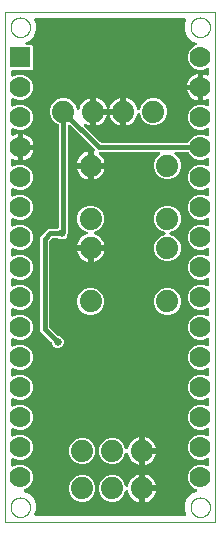
<source format=gbl>
G04 EAGLE Gerber RS-274X export*
G75*
%MOMM*%
%FSLAX34Y34*%
%LPD*%
%INBottom layer*%
%IPPOS*%
%AMOC8*
5,1,8,0,0,1.08239X$1,22.5*%
G01*
%ADD10C,0.000000*%
%ADD11C,1.879600*%
%ADD12R,1.778000X1.778000*%
%ADD13C,1.778000*%
%ADD14C,0.654800*%
%ADD15C,0.406400*%

G36*
X151971Y5087D02*
X151971Y5087D01*
X152021Y5085D01*
X152128Y5107D01*
X152237Y5121D01*
X152284Y5139D01*
X152332Y5149D01*
X152431Y5197D01*
X152533Y5238D01*
X152573Y5267D01*
X152618Y5289D01*
X152702Y5360D01*
X152791Y5424D01*
X152822Y5463D01*
X152860Y5495D01*
X152923Y5585D01*
X152993Y5669D01*
X153014Y5714D01*
X153043Y5755D01*
X153082Y5858D01*
X153129Y5957D01*
X153138Y6006D01*
X153156Y6052D01*
X153168Y6162D01*
X153189Y6269D01*
X153186Y6319D01*
X153191Y6368D01*
X153176Y6477D01*
X153169Y6587D01*
X153154Y6634D01*
X153147Y6683D01*
X153095Y6836D01*
X151764Y10047D01*
X151764Y15353D01*
X153794Y20254D01*
X157546Y24006D01*
X161566Y25671D01*
X161687Y25740D01*
X161810Y25805D01*
X161825Y25818D01*
X161842Y25828D01*
X161942Y25925D01*
X162045Y26019D01*
X162056Y26035D01*
X162071Y26050D01*
X162143Y26168D01*
X162220Y26284D01*
X162227Y26303D01*
X162237Y26321D01*
X162278Y26453D01*
X162323Y26585D01*
X162325Y26605D01*
X162331Y26625D01*
X162337Y26763D01*
X162348Y26902D01*
X162345Y26922D01*
X162346Y26942D01*
X162318Y27078D01*
X162294Y27215D01*
X162286Y27234D01*
X162282Y27254D01*
X162220Y27379D01*
X162163Y27505D01*
X162151Y27521D01*
X162142Y27539D01*
X162052Y27645D01*
X161965Y27754D01*
X161949Y27766D01*
X161936Y27781D01*
X161822Y27861D01*
X161711Y27945D01*
X161686Y27957D01*
X161675Y27965D01*
X161656Y27972D01*
X161566Y28016D01*
X159057Y29055D01*
X156055Y32057D01*
X154431Y35978D01*
X154431Y40222D01*
X156055Y44143D01*
X159057Y47145D01*
X162978Y48769D01*
X167222Y48769D01*
X170764Y47302D01*
X170812Y47288D01*
X170857Y47267D01*
X170965Y47247D01*
X171071Y47218D01*
X171121Y47217D01*
X171170Y47207D01*
X171279Y47214D01*
X171389Y47213D01*
X171437Y47224D01*
X171487Y47227D01*
X171591Y47261D01*
X171698Y47287D01*
X171742Y47310D01*
X171789Y47325D01*
X171882Y47384D01*
X171979Y47435D01*
X172016Y47469D01*
X172058Y47495D01*
X172133Y47575D01*
X172215Y47649D01*
X172242Y47691D01*
X172276Y47727D01*
X172329Y47823D01*
X172389Y47915D01*
X172406Y47962D01*
X172430Y48006D01*
X172457Y48112D01*
X172493Y48216D01*
X172497Y48265D01*
X172509Y48313D01*
X172519Y48474D01*
X172519Y53126D01*
X172513Y53175D01*
X172515Y53225D01*
X172493Y53332D01*
X172479Y53441D01*
X172461Y53488D01*
X172451Y53536D01*
X172403Y53635D01*
X172362Y53737D01*
X172333Y53777D01*
X172311Y53822D01*
X172240Y53905D01*
X172176Y53994D01*
X172137Y54026D01*
X172105Y54064D01*
X172015Y54127D01*
X171931Y54197D01*
X171886Y54218D01*
X171845Y54247D01*
X171742Y54286D01*
X171643Y54333D01*
X171594Y54342D01*
X171548Y54360D01*
X171438Y54372D01*
X171331Y54393D01*
X171281Y54389D01*
X171232Y54395D01*
X171123Y54380D01*
X171013Y54373D01*
X170966Y54357D01*
X170917Y54351D01*
X170764Y54298D01*
X167222Y52831D01*
X162978Y52831D01*
X159057Y54455D01*
X156055Y57457D01*
X154431Y61378D01*
X154431Y65622D01*
X156055Y69543D01*
X159057Y72545D01*
X162978Y74169D01*
X167222Y74169D01*
X170764Y72702D01*
X170812Y72688D01*
X170857Y72667D01*
X170965Y72647D01*
X171071Y72618D01*
X171121Y72617D01*
X171170Y72607D01*
X171279Y72614D01*
X171389Y72613D01*
X171437Y72624D01*
X171487Y72627D01*
X171591Y72661D01*
X171698Y72687D01*
X171742Y72710D01*
X171789Y72725D01*
X171882Y72784D01*
X171979Y72835D01*
X172016Y72869D01*
X172058Y72895D01*
X172133Y72975D01*
X172215Y73049D01*
X172242Y73091D01*
X172276Y73127D01*
X172329Y73223D01*
X172389Y73315D01*
X172406Y73362D01*
X172430Y73406D01*
X172457Y73512D01*
X172493Y73616D01*
X172497Y73665D01*
X172509Y73713D01*
X172519Y73874D01*
X172519Y78526D01*
X172513Y78575D01*
X172515Y78625D01*
X172493Y78732D01*
X172479Y78841D01*
X172461Y78888D01*
X172451Y78936D01*
X172403Y79035D01*
X172362Y79137D01*
X172333Y79177D01*
X172311Y79222D01*
X172240Y79305D01*
X172176Y79394D01*
X172137Y79426D01*
X172105Y79464D01*
X172015Y79527D01*
X171931Y79597D01*
X171886Y79618D01*
X171845Y79647D01*
X171742Y79686D01*
X171643Y79733D01*
X171594Y79742D01*
X171548Y79760D01*
X171438Y79772D01*
X171331Y79793D01*
X171281Y79789D01*
X171232Y79795D01*
X171123Y79780D01*
X171013Y79773D01*
X170966Y79757D01*
X170917Y79751D01*
X170764Y79698D01*
X167222Y78231D01*
X162978Y78231D01*
X159057Y79855D01*
X156055Y82857D01*
X154431Y86778D01*
X154431Y91022D01*
X156055Y94943D01*
X159057Y97945D01*
X162978Y99569D01*
X167222Y99569D01*
X170764Y98102D01*
X170812Y98088D01*
X170857Y98067D01*
X170965Y98047D01*
X171071Y98018D01*
X171121Y98017D01*
X171170Y98007D01*
X171279Y98014D01*
X171389Y98013D01*
X171437Y98024D01*
X171487Y98027D01*
X171591Y98061D01*
X171698Y98087D01*
X171742Y98110D01*
X171789Y98125D01*
X171882Y98184D01*
X171979Y98235D01*
X172016Y98269D01*
X172058Y98295D01*
X172133Y98375D01*
X172215Y98449D01*
X172242Y98491D01*
X172276Y98527D01*
X172329Y98623D01*
X172389Y98715D01*
X172406Y98762D01*
X172430Y98806D01*
X172457Y98912D01*
X172493Y99016D01*
X172497Y99065D01*
X172509Y99113D01*
X172519Y99274D01*
X172519Y103926D01*
X172513Y103975D01*
X172515Y104025D01*
X172493Y104132D01*
X172479Y104241D01*
X172461Y104288D01*
X172451Y104336D01*
X172403Y104435D01*
X172362Y104537D01*
X172333Y104577D01*
X172311Y104622D01*
X172240Y104705D01*
X172176Y104794D01*
X172137Y104826D01*
X172105Y104864D01*
X172015Y104927D01*
X171931Y104997D01*
X171886Y105018D01*
X171845Y105047D01*
X171742Y105086D01*
X171643Y105133D01*
X171594Y105142D01*
X171548Y105160D01*
X171438Y105172D01*
X171331Y105193D01*
X171281Y105189D01*
X171232Y105195D01*
X171123Y105180D01*
X171013Y105173D01*
X170966Y105157D01*
X170917Y105151D01*
X170764Y105098D01*
X167222Y103631D01*
X162978Y103631D01*
X159057Y105255D01*
X156055Y108257D01*
X154431Y112178D01*
X154431Y116422D01*
X156055Y120343D01*
X159057Y123345D01*
X162978Y124969D01*
X167222Y124969D01*
X170764Y123502D01*
X170812Y123488D01*
X170857Y123467D01*
X170965Y123447D01*
X171071Y123418D01*
X171121Y123417D01*
X171170Y123407D01*
X171279Y123414D01*
X171389Y123413D01*
X171437Y123424D01*
X171487Y123427D01*
X171591Y123461D01*
X171698Y123487D01*
X171742Y123510D01*
X171789Y123525D01*
X171882Y123584D01*
X171979Y123635D01*
X172016Y123669D01*
X172058Y123695D01*
X172133Y123775D01*
X172215Y123849D01*
X172242Y123891D01*
X172276Y123927D01*
X172329Y124023D01*
X172389Y124115D01*
X172406Y124162D01*
X172430Y124206D01*
X172457Y124312D01*
X172493Y124416D01*
X172497Y124465D01*
X172509Y124513D01*
X172519Y124674D01*
X172519Y129326D01*
X172513Y129375D01*
X172515Y129425D01*
X172493Y129532D01*
X172479Y129641D01*
X172461Y129688D01*
X172451Y129736D01*
X172403Y129835D01*
X172362Y129937D01*
X172333Y129977D01*
X172311Y130022D01*
X172240Y130105D01*
X172176Y130194D01*
X172137Y130226D01*
X172105Y130264D01*
X172015Y130327D01*
X171931Y130397D01*
X171886Y130418D01*
X171845Y130447D01*
X171742Y130486D01*
X171643Y130533D01*
X171594Y130542D01*
X171548Y130560D01*
X171438Y130572D01*
X171331Y130593D01*
X171281Y130589D01*
X171232Y130595D01*
X171123Y130580D01*
X171013Y130573D01*
X170966Y130557D01*
X170917Y130551D01*
X170764Y130498D01*
X167222Y129031D01*
X162978Y129031D01*
X159057Y130655D01*
X156055Y133657D01*
X154431Y137578D01*
X154431Y141822D01*
X156055Y145743D01*
X159057Y148745D01*
X162978Y150369D01*
X167222Y150369D01*
X170764Y148902D01*
X170812Y148888D01*
X170857Y148867D01*
X170965Y148847D01*
X171071Y148818D01*
X171121Y148817D01*
X171170Y148807D01*
X171279Y148814D01*
X171389Y148813D01*
X171437Y148824D01*
X171487Y148827D01*
X171591Y148861D01*
X171698Y148887D01*
X171742Y148910D01*
X171789Y148925D01*
X171882Y148984D01*
X171979Y149035D01*
X172016Y149069D01*
X172058Y149095D01*
X172133Y149175D01*
X172215Y149249D01*
X172242Y149291D01*
X172276Y149327D01*
X172329Y149423D01*
X172389Y149515D01*
X172406Y149562D01*
X172430Y149606D01*
X172457Y149712D01*
X172493Y149816D01*
X172497Y149865D01*
X172509Y149913D01*
X172519Y150074D01*
X172519Y154726D01*
X172513Y154775D01*
X172515Y154825D01*
X172493Y154932D01*
X172479Y155041D01*
X172461Y155088D01*
X172451Y155136D01*
X172403Y155235D01*
X172362Y155337D01*
X172333Y155377D01*
X172311Y155422D01*
X172240Y155505D01*
X172176Y155594D01*
X172137Y155626D01*
X172105Y155664D01*
X172015Y155727D01*
X171931Y155797D01*
X171886Y155818D01*
X171845Y155847D01*
X171742Y155886D01*
X171643Y155933D01*
X171594Y155942D01*
X171548Y155960D01*
X171438Y155972D01*
X171331Y155993D01*
X171281Y155989D01*
X171232Y155995D01*
X171123Y155980D01*
X171013Y155973D01*
X170966Y155957D01*
X170917Y155951D01*
X170764Y155898D01*
X167222Y154431D01*
X162978Y154431D01*
X159057Y156055D01*
X156055Y159057D01*
X154431Y162978D01*
X154431Y167222D01*
X156055Y171143D01*
X159057Y174145D01*
X162978Y175769D01*
X167222Y175769D01*
X170764Y174302D01*
X170812Y174288D01*
X170857Y174267D01*
X170965Y174247D01*
X171071Y174218D01*
X171121Y174217D01*
X171170Y174207D01*
X171279Y174214D01*
X171389Y174213D01*
X171437Y174224D01*
X171487Y174227D01*
X171591Y174261D01*
X171698Y174287D01*
X171742Y174310D01*
X171789Y174325D01*
X171882Y174384D01*
X171979Y174435D01*
X172016Y174469D01*
X172058Y174495D01*
X172133Y174575D01*
X172215Y174649D01*
X172242Y174691D01*
X172276Y174727D01*
X172329Y174823D01*
X172389Y174915D01*
X172406Y174962D01*
X172430Y175006D01*
X172457Y175112D01*
X172493Y175216D01*
X172497Y175265D01*
X172509Y175313D01*
X172519Y175474D01*
X172519Y180126D01*
X172513Y180175D01*
X172515Y180225D01*
X172493Y180332D01*
X172479Y180441D01*
X172461Y180488D01*
X172451Y180536D01*
X172403Y180635D01*
X172362Y180737D01*
X172333Y180777D01*
X172311Y180822D01*
X172240Y180905D01*
X172176Y180994D01*
X172137Y181026D01*
X172105Y181064D01*
X172015Y181127D01*
X171931Y181197D01*
X171886Y181218D01*
X171845Y181247D01*
X171742Y181286D01*
X171643Y181333D01*
X171594Y181342D01*
X171548Y181360D01*
X171438Y181372D01*
X171331Y181393D01*
X171281Y181389D01*
X171232Y181395D01*
X171123Y181380D01*
X171013Y181373D01*
X170966Y181357D01*
X170917Y181351D01*
X170764Y181298D01*
X167222Y179831D01*
X162978Y179831D01*
X159057Y181455D01*
X156055Y184457D01*
X154431Y188378D01*
X154431Y192622D01*
X156055Y196543D01*
X159057Y199545D01*
X162978Y201169D01*
X167222Y201169D01*
X170764Y199702D01*
X170812Y199688D01*
X170857Y199667D01*
X170965Y199647D01*
X171071Y199618D01*
X171121Y199617D01*
X171170Y199607D01*
X171279Y199614D01*
X171389Y199613D01*
X171437Y199624D01*
X171487Y199627D01*
X171591Y199661D01*
X171698Y199687D01*
X171742Y199710D01*
X171789Y199725D01*
X171882Y199784D01*
X171979Y199835D01*
X172016Y199869D01*
X172058Y199895D01*
X172133Y199975D01*
X172215Y200049D01*
X172242Y200091D01*
X172276Y200127D01*
X172329Y200223D01*
X172389Y200315D01*
X172406Y200362D01*
X172430Y200406D01*
X172457Y200512D01*
X172493Y200616D01*
X172497Y200665D01*
X172509Y200713D01*
X172519Y200874D01*
X172519Y205526D01*
X172513Y205575D01*
X172515Y205625D01*
X172493Y205732D01*
X172479Y205841D01*
X172461Y205888D01*
X172451Y205936D01*
X172403Y206035D01*
X172362Y206137D01*
X172333Y206177D01*
X172311Y206222D01*
X172240Y206305D01*
X172176Y206394D01*
X172137Y206426D01*
X172105Y206464D01*
X172015Y206527D01*
X171931Y206597D01*
X171886Y206618D01*
X171845Y206647D01*
X171742Y206686D01*
X171643Y206733D01*
X171594Y206742D01*
X171548Y206760D01*
X171438Y206772D01*
X171331Y206793D01*
X171281Y206789D01*
X171232Y206795D01*
X171123Y206780D01*
X171013Y206773D01*
X170966Y206757D01*
X170917Y206751D01*
X170764Y206698D01*
X167222Y205231D01*
X162978Y205231D01*
X159057Y206855D01*
X156055Y209857D01*
X154431Y213778D01*
X154431Y218022D01*
X156055Y221943D01*
X159057Y224945D01*
X162978Y226569D01*
X167222Y226569D01*
X170764Y225102D01*
X170812Y225088D01*
X170857Y225067D01*
X170965Y225047D01*
X171071Y225018D01*
X171121Y225017D01*
X171170Y225007D01*
X171279Y225014D01*
X171389Y225013D01*
X171437Y225024D01*
X171487Y225027D01*
X171591Y225061D01*
X171698Y225087D01*
X171742Y225110D01*
X171789Y225125D01*
X171882Y225184D01*
X171979Y225235D01*
X172016Y225269D01*
X172058Y225295D01*
X172133Y225375D01*
X172215Y225449D01*
X172242Y225491D01*
X172276Y225527D01*
X172329Y225623D01*
X172389Y225715D01*
X172406Y225762D01*
X172430Y225806D01*
X172457Y225912D01*
X172493Y226016D01*
X172497Y226065D01*
X172509Y226113D01*
X172519Y226274D01*
X172519Y230926D01*
X172513Y230975D01*
X172515Y231025D01*
X172493Y231132D01*
X172479Y231241D01*
X172461Y231288D01*
X172451Y231336D01*
X172403Y231435D01*
X172362Y231537D01*
X172333Y231577D01*
X172311Y231622D01*
X172240Y231705D01*
X172176Y231794D01*
X172137Y231826D01*
X172105Y231864D01*
X172015Y231927D01*
X171931Y231997D01*
X171886Y232018D01*
X171845Y232047D01*
X171742Y232086D01*
X171643Y232133D01*
X171594Y232142D01*
X171548Y232160D01*
X171438Y232172D01*
X171331Y232193D01*
X171281Y232189D01*
X171232Y232195D01*
X171123Y232180D01*
X171013Y232173D01*
X170966Y232157D01*
X170917Y232151D01*
X170764Y232098D01*
X167222Y230631D01*
X162978Y230631D01*
X159057Y232255D01*
X156055Y235257D01*
X154431Y239178D01*
X154431Y243422D01*
X156055Y247343D01*
X159057Y250345D01*
X162978Y251969D01*
X167222Y251969D01*
X170764Y250502D01*
X170812Y250488D01*
X170857Y250467D01*
X170965Y250447D01*
X171071Y250418D01*
X171121Y250417D01*
X171170Y250407D01*
X171279Y250414D01*
X171389Y250413D01*
X171437Y250424D01*
X171487Y250427D01*
X171591Y250461D01*
X171698Y250487D01*
X171742Y250510D01*
X171789Y250525D01*
X171882Y250584D01*
X171979Y250635D01*
X172016Y250669D01*
X172058Y250695D01*
X172133Y250775D01*
X172215Y250849D01*
X172242Y250891D01*
X172276Y250927D01*
X172329Y251023D01*
X172389Y251115D01*
X172406Y251162D01*
X172430Y251206D01*
X172457Y251312D01*
X172493Y251416D01*
X172497Y251465D01*
X172509Y251513D01*
X172519Y251674D01*
X172519Y256326D01*
X172513Y256375D01*
X172515Y256425D01*
X172493Y256532D01*
X172479Y256641D01*
X172461Y256688D01*
X172451Y256736D01*
X172403Y256835D01*
X172362Y256937D01*
X172333Y256977D01*
X172311Y257022D01*
X172240Y257105D01*
X172176Y257194D01*
X172137Y257226D01*
X172105Y257264D01*
X172015Y257327D01*
X171931Y257397D01*
X171886Y257418D01*
X171845Y257447D01*
X171742Y257486D01*
X171643Y257533D01*
X171594Y257542D01*
X171548Y257560D01*
X171438Y257572D01*
X171331Y257593D01*
X171281Y257589D01*
X171232Y257595D01*
X171123Y257580D01*
X171013Y257573D01*
X170966Y257557D01*
X170917Y257551D01*
X170764Y257498D01*
X167222Y256031D01*
X162978Y256031D01*
X159057Y257655D01*
X156055Y260657D01*
X154431Y264578D01*
X154431Y268822D01*
X156055Y272743D01*
X159057Y275745D01*
X162978Y277369D01*
X167222Y277369D01*
X170764Y275902D01*
X170812Y275888D01*
X170857Y275867D01*
X170965Y275847D01*
X171071Y275818D01*
X171121Y275817D01*
X171170Y275807D01*
X171279Y275814D01*
X171389Y275813D01*
X171437Y275824D01*
X171487Y275827D01*
X171591Y275861D01*
X171698Y275887D01*
X171742Y275910D01*
X171789Y275925D01*
X171882Y275984D01*
X171979Y276035D01*
X172016Y276069D01*
X172058Y276095D01*
X172133Y276175D01*
X172215Y276249D01*
X172242Y276291D01*
X172276Y276327D01*
X172329Y276423D01*
X172389Y276515D01*
X172406Y276562D01*
X172430Y276606D01*
X172457Y276712D01*
X172493Y276816D01*
X172497Y276865D01*
X172509Y276913D01*
X172519Y277074D01*
X172519Y281726D01*
X172513Y281775D01*
X172515Y281825D01*
X172493Y281932D01*
X172479Y282041D01*
X172461Y282088D01*
X172451Y282136D01*
X172403Y282235D01*
X172362Y282337D01*
X172333Y282377D01*
X172311Y282422D01*
X172240Y282505D01*
X172176Y282594D01*
X172137Y282626D01*
X172105Y282664D01*
X172015Y282727D01*
X171931Y282797D01*
X171886Y282818D01*
X171845Y282847D01*
X171742Y282886D01*
X171643Y282933D01*
X171594Y282942D01*
X171548Y282960D01*
X171438Y282972D01*
X171331Y282993D01*
X171281Y282989D01*
X171232Y282995D01*
X171123Y282980D01*
X171013Y282973D01*
X170966Y282957D01*
X170917Y282951D01*
X170764Y282898D01*
X167222Y281431D01*
X162978Y281431D01*
X159057Y283055D01*
X156055Y286057D01*
X154431Y289978D01*
X154431Y294222D01*
X156055Y298143D01*
X159057Y301145D01*
X162978Y302769D01*
X167222Y302769D01*
X170764Y301302D01*
X170812Y301288D01*
X170857Y301267D01*
X170965Y301247D01*
X171071Y301218D01*
X171121Y301217D01*
X171170Y301207D01*
X171279Y301214D01*
X171389Y301213D01*
X171437Y301224D01*
X171487Y301227D01*
X171591Y301261D01*
X171698Y301287D01*
X171742Y301310D01*
X171789Y301325D01*
X171882Y301384D01*
X171979Y301435D01*
X172016Y301469D01*
X172058Y301495D01*
X172133Y301575D01*
X172215Y301649D01*
X172242Y301691D01*
X172276Y301727D01*
X172329Y301823D01*
X172389Y301915D01*
X172406Y301962D01*
X172430Y302006D01*
X172457Y302112D01*
X172493Y302216D01*
X172497Y302265D01*
X172509Y302313D01*
X172519Y302474D01*
X172519Y307126D01*
X172513Y307175D01*
X172515Y307225D01*
X172493Y307332D01*
X172479Y307441D01*
X172461Y307488D01*
X172451Y307536D01*
X172403Y307635D01*
X172362Y307737D01*
X172333Y307777D01*
X172311Y307822D01*
X172240Y307905D01*
X172176Y307994D01*
X172137Y308026D01*
X172105Y308064D01*
X172015Y308127D01*
X171931Y308197D01*
X171886Y308218D01*
X171845Y308247D01*
X171742Y308286D01*
X171643Y308333D01*
X171594Y308342D01*
X171548Y308360D01*
X171438Y308372D01*
X171331Y308393D01*
X171281Y308389D01*
X171232Y308395D01*
X171123Y308380D01*
X171013Y308373D01*
X170966Y308357D01*
X170917Y308351D01*
X170764Y308298D01*
X167222Y306831D01*
X162978Y306831D01*
X159057Y308455D01*
X156055Y311457D01*
X155455Y312906D01*
X155441Y312931D01*
X155432Y312959D01*
X155362Y313069D01*
X155298Y313182D01*
X155277Y313203D01*
X155261Y313228D01*
X155167Y313317D01*
X155076Y313410D01*
X155051Y313426D01*
X155030Y313446D01*
X154916Y313509D01*
X154805Y313577D01*
X154777Y313585D01*
X154751Y313600D01*
X154625Y313632D01*
X154501Y313670D01*
X154472Y313672D01*
X154443Y313679D01*
X154283Y313689D01*
X144474Y313689D01*
X144337Y313672D01*
X144198Y313659D01*
X144179Y313652D01*
X144159Y313649D01*
X144030Y313598D01*
X143899Y313551D01*
X143882Y313540D01*
X143863Y313532D01*
X143751Y313451D01*
X143635Y313373D01*
X143622Y313357D01*
X143606Y313346D01*
X143517Y313238D01*
X143425Y313134D01*
X143416Y313116D01*
X143403Y313101D01*
X143344Y312975D01*
X143280Y312851D01*
X143276Y312831D01*
X143267Y312813D01*
X143241Y312677D01*
X143211Y312541D01*
X143211Y312520D01*
X143208Y312501D01*
X143216Y312362D01*
X143220Y312223D01*
X143226Y312203D01*
X143227Y312183D01*
X143270Y312051D01*
X143309Y311917D01*
X143319Y311900D01*
X143325Y311881D01*
X143400Y311763D01*
X143470Y311643D01*
X143489Y311622D01*
X143495Y311612D01*
X143510Y311598D01*
X143577Y311523D01*
X146762Y308337D01*
X148464Y304229D01*
X148464Y299783D01*
X146762Y295675D01*
X143618Y292531D01*
X139510Y290829D01*
X135064Y290829D01*
X130956Y292531D01*
X127812Y295675D01*
X126110Y299783D01*
X126110Y304229D01*
X127812Y308337D01*
X130997Y311523D01*
X131083Y311632D01*
X131171Y311739D01*
X131180Y311758D01*
X131192Y311774D01*
X131248Y311902D01*
X131307Y312027D01*
X131310Y312047D01*
X131319Y312066D01*
X131340Y312204D01*
X131366Y312340D01*
X131365Y312360D01*
X131368Y312380D01*
X131355Y312519D01*
X131347Y312657D01*
X131340Y312676D01*
X131339Y312696D01*
X131291Y312828D01*
X131249Y312959D01*
X131238Y312977D01*
X131231Y312996D01*
X131153Y313111D01*
X131079Y313228D01*
X131064Y313242D01*
X131052Y313259D01*
X130948Y313351D01*
X130847Y313446D01*
X130829Y313456D01*
X130814Y313469D01*
X130690Y313533D01*
X130568Y313600D01*
X130549Y313605D01*
X130531Y313614D01*
X130395Y313644D01*
X130260Y313679D01*
X130232Y313681D01*
X130220Y313684D01*
X130200Y313683D01*
X130100Y313689D01*
X80400Y313689D01*
X80321Y313679D01*
X80241Y313679D01*
X80164Y313659D01*
X80085Y313649D01*
X80010Y313620D01*
X79933Y313600D01*
X79863Y313562D01*
X79789Y313532D01*
X79724Y313486D01*
X79655Y313447D01*
X79596Y313393D01*
X79532Y313346D01*
X79481Y313284D01*
X79423Y313230D01*
X79380Y313162D01*
X79329Y313101D01*
X79295Y313029D01*
X79252Y312961D01*
X79227Y312885D01*
X79193Y312813D01*
X79178Y312735D01*
X79154Y312659D01*
X79148Y312579D01*
X79133Y312501D01*
X79138Y312421D01*
X79133Y312342D01*
X79148Y312263D01*
X79153Y312183D01*
X79178Y312107D01*
X79193Y312029D01*
X79227Y311957D01*
X79251Y311881D01*
X79294Y311813D01*
X79328Y311741D01*
X79379Y311679D01*
X79421Y311612D01*
X79479Y311557D01*
X79530Y311496D01*
X79652Y311395D01*
X79653Y311394D01*
X79654Y311393D01*
X80040Y311112D01*
X81369Y309784D01*
X82474Y308263D01*
X83327Y306589D01*
X83908Y304802D01*
X83948Y304545D01*
X74802Y304545D01*
X74802Y313730D01*
X74817Y313729D01*
X74895Y313747D01*
X74974Y313754D01*
X75050Y313781D01*
X75128Y313799D01*
X75199Y313835D01*
X75273Y313862D01*
X75340Y313907D01*
X75411Y313943D01*
X75471Y313996D01*
X75537Y314040D01*
X75590Y314100D01*
X75650Y314153D01*
X75694Y314219D01*
X75747Y314279D01*
X75784Y314350D01*
X75828Y314416D01*
X75855Y314491D01*
X75892Y314562D01*
X75909Y314640D01*
X75936Y314715D01*
X75944Y314795D01*
X75961Y314872D01*
X75959Y314952D01*
X75967Y315032D01*
X75954Y315111D01*
X75952Y315190D01*
X75929Y315267D01*
X75917Y315346D01*
X75885Y315419D01*
X75863Y315496D01*
X75823Y315564D01*
X75791Y315638D01*
X75742Y315701D01*
X75702Y315770D01*
X75597Y315888D01*
X75596Y315890D01*
X75595Y315890D01*
X55190Y336296D01*
X55080Y336381D01*
X54973Y336470D01*
X54955Y336478D01*
X54939Y336491D01*
X54811Y336546D01*
X54685Y336605D01*
X54666Y336609D01*
X54647Y336617D01*
X54509Y336639D01*
X54373Y336665D01*
X54353Y336664D01*
X54333Y336667D01*
X54194Y336654D01*
X54056Y336645D01*
X54036Y336639D01*
X54016Y336637D01*
X53885Y336590D01*
X53753Y336547D01*
X53736Y336536D01*
X53717Y336530D01*
X53602Y336451D01*
X53484Y336377D01*
X53470Y336362D01*
X53454Y336351D01*
X53362Y336247D01*
X53266Y336145D01*
X53257Y336128D01*
X53243Y336113D01*
X53180Y335989D01*
X53113Y335867D01*
X53108Y335847D01*
X53099Y335829D01*
X53068Y335693D01*
X53033Y335559D01*
X53032Y335531D01*
X53029Y335519D01*
X53030Y335499D01*
X53023Y335398D01*
X53023Y244476D01*
X52989Y244432D01*
X52921Y244360D01*
X52892Y244307D01*
X52855Y244259D01*
X52815Y244168D01*
X52767Y244081D01*
X52752Y244023D01*
X52728Y243967D01*
X52713Y243869D01*
X52688Y243773D01*
X52682Y243673D01*
X52678Y243653D01*
X52680Y243641D01*
X52678Y243613D01*
X52678Y243470D01*
X51909Y241613D01*
X50487Y240191D01*
X48630Y239422D01*
X46620Y239422D01*
X44763Y240191D01*
X44662Y240293D01*
X44584Y240353D01*
X44511Y240421D01*
X44458Y240450D01*
X44411Y240487D01*
X44320Y240527D01*
X44233Y240575D01*
X44174Y240590D01*
X44119Y240614D01*
X44021Y240629D01*
X43925Y240654D01*
X43825Y240660D01*
X43805Y240664D01*
X43792Y240662D01*
X43764Y240664D01*
X40204Y240664D01*
X40106Y240652D01*
X40007Y240649D01*
X39949Y240632D01*
X39889Y240624D01*
X39797Y240588D01*
X39701Y240560D01*
X39649Y240530D01*
X39593Y240507D01*
X39513Y240449D01*
X39428Y240399D01*
X39352Y240333D01*
X39336Y240321D01*
X39328Y240311D01*
X39307Y240293D01*
X37520Y238506D01*
X37459Y238428D01*
X37391Y238355D01*
X37362Y238302D01*
X37325Y238255D01*
X37286Y238164D01*
X37238Y238077D01*
X37223Y238018D01*
X37199Y237963D01*
X37183Y237865D01*
X37158Y237769D01*
X37152Y237669D01*
X37149Y237649D01*
X37150Y237636D01*
X37148Y237608D01*
X37148Y165617D01*
X37161Y165519D01*
X37164Y165419D01*
X37180Y165361D01*
X37188Y165301D01*
X37225Y165209D01*
X37252Y165114D01*
X37283Y165062D01*
X37305Y165005D01*
X37363Y164925D01*
X37414Y164840D01*
X37480Y164765D01*
X37492Y164748D01*
X37501Y164740D01*
X37520Y164719D01*
X44415Y157824D01*
X44493Y157764D01*
X44565Y157696D01*
X44618Y157667D01*
X44666Y157630D01*
X44757Y157590D01*
X44844Y157542D01*
X44902Y157527D01*
X44958Y157503D01*
X45056Y157488D01*
X45152Y157463D01*
X45252Y157457D01*
X45272Y157453D01*
X45284Y157455D01*
X45312Y157453D01*
X45455Y157453D01*
X47312Y156684D01*
X48734Y155262D01*
X49503Y153405D01*
X49503Y151395D01*
X48734Y149538D01*
X47312Y148116D01*
X45455Y147347D01*
X43445Y147347D01*
X41588Y148116D01*
X40166Y149538D01*
X39397Y151395D01*
X39397Y151538D01*
X39385Y151636D01*
X39382Y151735D01*
X39365Y151793D01*
X39357Y151853D01*
X39321Y151945D01*
X39293Y152041D01*
X39263Y152093D01*
X39240Y152149D01*
X39182Y152229D01*
X39132Y152314D01*
X39066Y152390D01*
X39054Y152406D01*
X39044Y152414D01*
X39026Y152435D01*
X29527Y161934D01*
X29527Y241291D01*
X36522Y248286D01*
X43764Y248286D01*
X43863Y248298D01*
X43962Y248301D01*
X44020Y248318D01*
X44080Y248326D01*
X44172Y248362D01*
X44267Y248390D01*
X44319Y248420D01*
X44376Y248443D01*
X44456Y248501D01*
X44541Y248551D01*
X44616Y248617D01*
X44633Y248629D01*
X44641Y248639D01*
X44662Y248657D01*
X44815Y248811D01*
X44894Y248856D01*
X44916Y248877D01*
X44941Y248892D01*
X45030Y248987D01*
X45123Y249077D01*
X45138Y249102D01*
X45159Y249124D01*
X45221Y249238D01*
X45289Y249348D01*
X45298Y249377D01*
X45312Y249403D01*
X45344Y249528D01*
X45383Y249652D01*
X45384Y249682D01*
X45392Y249711D01*
X45402Y249871D01*
X45402Y336295D01*
X45398Y336324D01*
X45400Y336354D01*
X45378Y336482D01*
X45362Y336611D01*
X45351Y336638D01*
X45346Y336667D01*
X45293Y336786D01*
X45245Y336906D01*
X45228Y336930D01*
X45215Y336957D01*
X45134Y337059D01*
X45058Y337164D01*
X45035Y337183D01*
X45017Y337206D01*
X44913Y337284D01*
X44813Y337367D01*
X44786Y337379D01*
X44763Y337397D01*
X44618Y337468D01*
X42881Y338187D01*
X39737Y341331D01*
X38036Y345439D01*
X38036Y349886D01*
X39737Y353994D01*
X42881Y357138D01*
X46989Y358839D01*
X51436Y358839D01*
X55544Y357138D01*
X58688Y353994D01*
X60467Y349699D01*
X60531Y349586D01*
X60589Y349471D01*
X60609Y349449D01*
X60624Y349422D01*
X60714Y349329D01*
X60800Y349233D01*
X60824Y349216D01*
X60846Y349194D01*
X60956Y349126D01*
X61063Y349054D01*
X61091Y349044D01*
X61117Y349028D01*
X61240Y348990D01*
X61362Y348946D01*
X61392Y348943D01*
X61421Y348934D01*
X61549Y348928D01*
X61678Y348916D01*
X61708Y348920D01*
X61738Y348919D01*
X61865Y348945D01*
X61992Y348965D01*
X62020Y348977D01*
X62050Y348983D01*
X62166Y349040D01*
X62284Y349091D01*
X62308Y349110D01*
X62335Y349123D01*
X62434Y349207D01*
X62536Y349286D01*
X62554Y349310D01*
X62577Y349329D01*
X62652Y349435D01*
X62731Y349537D01*
X62743Y349565D01*
X62760Y349589D01*
X62806Y349711D01*
X62858Y349829D01*
X62867Y349871D01*
X62873Y349887D01*
X62876Y349909D01*
X62893Y349986D01*
X62968Y350458D01*
X63548Y352245D01*
X64402Y353920D01*
X65506Y355440D01*
X66835Y356769D01*
X68355Y357873D01*
X70030Y358727D01*
X71817Y359307D01*
X72073Y359348D01*
X72073Y348933D01*
X72088Y348814D01*
X72096Y348696D01*
X72108Y348657D01*
X72113Y348617D01*
X72157Y348506D01*
X72194Y348393D01*
X72215Y348359D01*
X72230Y348321D01*
X72300Y348225D01*
X72364Y348125D01*
X72393Y348097D01*
X72417Y348064D01*
X72509Y347988D01*
X72595Y347907D01*
X72631Y347887D01*
X72662Y347861D01*
X72770Y347811D01*
X72874Y347753D01*
X72913Y347743D01*
X72950Y347726D01*
X73066Y347703D01*
X73182Y347674D01*
X73242Y347670D01*
X73262Y347666D01*
X73282Y347667D01*
X73343Y347663D01*
X74613Y347663D01*
X74613Y347662D01*
X73343Y347662D01*
X73224Y347647D01*
X73106Y347639D01*
X73067Y347627D01*
X73027Y347622D01*
X72916Y347578D01*
X72803Y347541D01*
X72769Y347520D01*
X72731Y347505D01*
X72635Y347435D01*
X72534Y347371D01*
X72507Y347342D01*
X72474Y347318D01*
X72398Y347226D01*
X72316Y347139D01*
X72297Y347104D01*
X72271Y347073D01*
X72220Y346965D01*
X72163Y346861D01*
X72153Y346822D01*
X72136Y346785D01*
X72113Y346668D01*
X72083Y346553D01*
X72080Y346493D01*
X72076Y346473D01*
X72077Y346453D01*
X72073Y346392D01*
X72073Y335977D01*
X71817Y336018D01*
X70030Y336598D01*
X68273Y337494D01*
X68220Y337513D01*
X68180Y337535D01*
X68128Y337548D01*
X68051Y337582D01*
X68011Y337588D01*
X67973Y337601D01*
X67891Y337609D01*
X67872Y337614D01*
X67829Y337617D01*
X67737Y337631D01*
X67697Y337628D01*
X67657Y337631D01*
X67539Y337613D01*
X67420Y337602D01*
X67382Y337588D01*
X67343Y337582D01*
X67233Y337534D01*
X67121Y337494D01*
X67088Y337471D01*
X67051Y337456D01*
X66957Y337382D01*
X66858Y337315D01*
X66831Y337285D01*
X66799Y337261D01*
X66726Y337166D01*
X66647Y337077D01*
X66629Y337041D01*
X66604Y337010D01*
X66557Y336900D01*
X66503Y336794D01*
X66494Y336755D01*
X66478Y336718D01*
X66459Y336600D01*
X66433Y336483D01*
X66434Y336443D01*
X66428Y336404D01*
X66439Y336285D01*
X66443Y336166D01*
X66454Y336127D01*
X66457Y336087D01*
X66498Y335974D01*
X66531Y335860D01*
X66551Y335826D01*
X66565Y335788D01*
X66632Y335689D01*
X66693Y335586D01*
X66721Y335553D01*
X66725Y335547D01*
X66733Y335540D01*
X66743Y335525D01*
X66759Y335511D01*
X66799Y335465D01*
X80582Y321682D01*
X80660Y321622D01*
X80732Y321554D01*
X80785Y321525D01*
X80833Y321488D01*
X80924Y321448D01*
X81011Y321400D01*
X81069Y321385D01*
X81125Y321361D01*
X81223Y321346D01*
X81319Y321321D01*
X81419Y321315D01*
X81439Y321311D01*
X81451Y321313D01*
X81479Y321311D01*
X154283Y321311D01*
X154312Y321314D01*
X154341Y321312D01*
X154470Y321334D01*
X154598Y321351D01*
X154626Y321361D01*
X154655Y321366D01*
X154773Y321420D01*
X154894Y321468D01*
X154918Y321485D01*
X154945Y321497D01*
X155046Y321578D01*
X155151Y321654D01*
X155170Y321677D01*
X155193Y321696D01*
X155271Y321799D01*
X155354Y321899D01*
X155367Y321926D01*
X155384Y321950D01*
X155455Y322094D01*
X156055Y323543D01*
X159057Y326545D01*
X162978Y328169D01*
X167222Y328169D01*
X170764Y326702D01*
X170812Y326688D01*
X170857Y326667D01*
X170965Y326647D01*
X171071Y326618D01*
X171121Y326617D01*
X171170Y326607D01*
X171279Y326614D01*
X171389Y326613D01*
X171437Y326624D01*
X171487Y326627D01*
X171591Y326661D01*
X171698Y326687D01*
X171742Y326710D01*
X171789Y326725D01*
X171882Y326784D01*
X171979Y326835D01*
X172016Y326869D01*
X172058Y326895D01*
X172133Y326975D01*
X172215Y327049D01*
X172242Y327091D01*
X172276Y327127D01*
X172329Y327223D01*
X172389Y327315D01*
X172406Y327362D01*
X172430Y327406D01*
X172457Y327512D01*
X172493Y327616D01*
X172497Y327665D01*
X172509Y327713D01*
X172519Y327874D01*
X172519Y332526D01*
X172513Y332575D01*
X172515Y332625D01*
X172493Y332732D01*
X172479Y332841D01*
X172461Y332887D01*
X172451Y332936D01*
X172403Y333035D01*
X172362Y333137D01*
X172333Y333177D01*
X172311Y333222D01*
X172240Y333306D01*
X172176Y333394D01*
X172137Y333426D01*
X172105Y333464D01*
X172015Y333527D01*
X171931Y333597D01*
X171886Y333618D01*
X171845Y333647D01*
X171742Y333686D01*
X171643Y333733D01*
X171594Y333742D01*
X171548Y333760D01*
X171438Y333772D01*
X171331Y333793D01*
X171281Y333789D01*
X171232Y333795D01*
X171123Y333780D01*
X171013Y333773D01*
X170966Y333757D01*
X170917Y333751D01*
X170764Y333698D01*
X167222Y332231D01*
X162978Y332231D01*
X159057Y333855D01*
X156055Y336857D01*
X154431Y340778D01*
X154431Y345022D01*
X156055Y348943D01*
X159057Y351945D01*
X162978Y353569D01*
X167222Y353569D01*
X170764Y352102D01*
X170812Y352088D01*
X170857Y352067D01*
X170965Y352047D01*
X171071Y352018D01*
X171121Y352017D01*
X171170Y352007D01*
X171279Y352014D01*
X171389Y352013D01*
X171437Y352024D01*
X171487Y352027D01*
X171591Y352061D01*
X171698Y352087D01*
X171742Y352110D01*
X171789Y352125D01*
X171882Y352184D01*
X171979Y352235D01*
X172016Y352269D01*
X172058Y352295D01*
X172133Y352376D01*
X172215Y352449D01*
X172242Y352491D01*
X172276Y352527D01*
X172329Y352623D01*
X172389Y352715D01*
X172406Y352762D01*
X172430Y352806D01*
X172457Y352912D01*
X172493Y353016D01*
X172497Y353065D01*
X172509Y353113D01*
X172519Y353274D01*
X172519Y357180D01*
X172507Y357279D01*
X172504Y357378D01*
X172487Y357436D01*
X172479Y357496D01*
X172443Y357588D01*
X172415Y357683D01*
X172385Y357735D01*
X172362Y357791D01*
X172304Y357872D01*
X172253Y357957D01*
X172211Y358000D01*
X172176Y358049D01*
X172099Y358112D01*
X172029Y358182D01*
X171977Y358213D01*
X171931Y358251D01*
X171841Y358294D01*
X171755Y358344D01*
X171697Y358361D01*
X171643Y358387D01*
X171545Y358406D01*
X171450Y358433D01*
X171390Y358435D01*
X171331Y358447D01*
X171231Y358441D01*
X171132Y358444D01*
X171073Y358431D01*
X171013Y358427D01*
X170919Y358396D01*
X170822Y358375D01*
X170730Y358335D01*
X170711Y358329D01*
X170700Y358322D01*
X170674Y358311D01*
X169488Y357707D01*
X167777Y357151D01*
X167385Y357089D01*
X167385Y367284D01*
X167370Y367402D01*
X167363Y367521D01*
X167350Y367559D01*
X167345Y367599D01*
X167302Y367710D01*
X167265Y367823D01*
X167243Y367857D01*
X167228Y367895D01*
X167159Y367991D01*
X167095Y368092D01*
X167065Y368120D01*
X167042Y368152D01*
X166950Y368228D01*
X166870Y368303D01*
X166924Y368337D01*
X166952Y368367D01*
X166985Y368391D01*
X167061Y368482D01*
X167142Y368569D01*
X167162Y368604D01*
X167187Y368636D01*
X167238Y368743D01*
X167296Y368848D01*
X167306Y368887D01*
X167323Y368923D01*
X167345Y369040D01*
X167375Y369156D01*
X167379Y369216D01*
X167383Y369236D01*
X167381Y369256D01*
X167383Y369275D01*
X167385Y369316D01*
X167385Y379511D01*
X167777Y379449D01*
X169488Y378893D01*
X170674Y378289D01*
X170767Y378255D01*
X170857Y378213D01*
X170916Y378202D01*
X170973Y378181D01*
X171072Y378172D01*
X171170Y378153D01*
X171230Y378157D01*
X171290Y378151D01*
X171388Y378167D01*
X171487Y378173D01*
X171544Y378192D01*
X171604Y378201D01*
X171695Y378240D01*
X171789Y378271D01*
X171840Y378303D01*
X171896Y378327D01*
X171974Y378388D01*
X172058Y378441D01*
X172099Y378485D01*
X172147Y378522D01*
X172208Y378600D01*
X172276Y378673D01*
X172305Y378726D01*
X172342Y378773D01*
X172382Y378864D01*
X172430Y378951D01*
X172445Y379010D01*
X172469Y379065D01*
X172484Y379163D01*
X172509Y379259D01*
X172515Y379359D01*
X172519Y379379D01*
X172517Y379391D01*
X172519Y379420D01*
X172519Y383326D01*
X172513Y383375D01*
X172515Y383425D01*
X172501Y383497D01*
X172497Y383554D01*
X172486Y383587D01*
X172479Y383641D01*
X172461Y383687D01*
X172451Y383736D01*
X172412Y383816D01*
X172399Y383857D01*
X172386Y383877D01*
X172362Y383937D01*
X172333Y383977D01*
X172311Y384022D01*
X172245Y384100D01*
X172229Y384125D01*
X172219Y384135D01*
X172176Y384194D01*
X172137Y384226D01*
X172105Y384264D01*
X172015Y384327D01*
X172008Y384333D01*
X171997Y384343D01*
X171993Y384346D01*
X171931Y384397D01*
X171886Y384418D01*
X171845Y384447D01*
X171742Y384486D01*
X171643Y384533D01*
X171594Y384542D01*
X171548Y384560D01*
X171438Y384572D01*
X171331Y384593D01*
X171281Y384589D01*
X171232Y384595D01*
X171123Y384580D01*
X171013Y384573D01*
X170966Y384557D01*
X170917Y384551D01*
X170764Y384498D01*
X167222Y383031D01*
X162978Y383031D01*
X159057Y384655D01*
X156055Y387657D01*
X154431Y391578D01*
X154431Y395822D01*
X156055Y399743D01*
X159057Y402745D01*
X161566Y403784D01*
X161687Y403853D01*
X161810Y403918D01*
X161825Y403932D01*
X161842Y403942D01*
X161942Y404038D01*
X162045Y404132D01*
X162056Y404149D01*
X162071Y404163D01*
X162144Y404281D01*
X162220Y404398D01*
X162227Y404417D01*
X162237Y404434D01*
X162278Y404567D01*
X162323Y404698D01*
X162325Y404719D01*
X162331Y404738D01*
X162337Y404876D01*
X162348Y405015D01*
X162345Y405035D01*
X162346Y405056D01*
X162318Y405191D01*
X162294Y405329D01*
X162286Y405347D01*
X162282Y405367D01*
X162220Y405492D01*
X162163Y405619D01*
X162151Y405634D01*
X162142Y405653D01*
X162051Y405759D01*
X161965Y405867D01*
X161949Y405879D01*
X161935Y405895D01*
X161822Y405975D01*
X161711Y406058D01*
X161685Y406071D01*
X161675Y406078D01*
X161656Y406085D01*
X161566Y406129D01*
X157546Y407794D01*
X153794Y411546D01*
X151764Y416447D01*
X151764Y421753D01*
X153043Y424839D01*
X153056Y424887D01*
X153077Y424932D01*
X153098Y425040D01*
X153127Y425146D01*
X153128Y425196D01*
X153137Y425245D01*
X153130Y425354D01*
X153132Y425464D01*
X153120Y425512D01*
X153117Y425562D01*
X153083Y425666D01*
X153058Y425773D01*
X153034Y425817D01*
X153019Y425864D01*
X152960Y425957D01*
X152909Y426054D01*
X152876Y426091D01*
X152849Y426133D01*
X152769Y426208D01*
X152695Y426290D01*
X152653Y426317D01*
X152617Y426351D01*
X152521Y426404D01*
X152429Y426464D01*
X152382Y426481D01*
X152339Y426505D01*
X152233Y426532D01*
X152128Y426568D01*
X152079Y426572D01*
X152031Y426584D01*
X151870Y426594D01*
X25930Y426594D01*
X25880Y426588D01*
X25831Y426590D01*
X25723Y426568D01*
X25614Y426554D01*
X25568Y426536D01*
X25519Y426526D01*
X25421Y426478D01*
X25319Y426437D01*
X25278Y426408D01*
X25234Y426386D01*
X25150Y426315D01*
X25061Y426251D01*
X25030Y426212D01*
X24992Y426180D01*
X24929Y426090D01*
X24858Y426006D01*
X24837Y425961D01*
X24809Y425920D01*
X24770Y425817D01*
X24723Y425718D01*
X24714Y425669D01*
X24696Y425623D01*
X24684Y425513D01*
X24663Y425406D01*
X24666Y425356D01*
X24661Y425307D01*
X24676Y425198D01*
X24683Y425088D01*
X24698Y425041D01*
X24705Y424992D01*
X24757Y424839D01*
X26036Y421753D01*
X26036Y416447D01*
X24006Y411546D01*
X20254Y407794D01*
X17879Y406811D01*
X17818Y406776D01*
X17753Y406750D01*
X17681Y406698D01*
X17602Y406653D01*
X17552Y406605D01*
X17496Y406564D01*
X17439Y406494D01*
X17374Y406432D01*
X17338Y406372D01*
X17293Y406319D01*
X17255Y406237D01*
X17208Y406161D01*
X17187Y406094D01*
X17158Y406031D01*
X17141Y405943D01*
X17114Y405857D01*
X17111Y405787D01*
X17098Y405718D01*
X17103Y405629D01*
X17099Y405539D01*
X17113Y405471D01*
X17117Y405401D01*
X17145Y405316D01*
X17163Y405228D01*
X17194Y405165D01*
X17216Y405099D01*
X17264Y405023D01*
X17303Y404942D01*
X17348Y404889D01*
X17386Y404830D01*
X17451Y404768D01*
X17509Y404700D01*
X17566Y404660D01*
X17617Y404612D01*
X17696Y404569D01*
X17769Y404517D01*
X17835Y404492D01*
X17896Y404458D01*
X17983Y404436D01*
X18067Y404404D01*
X18136Y404396D01*
X18204Y404379D01*
X18364Y404369D01*
X22327Y404369D01*
X23369Y403327D01*
X23369Y384073D01*
X22327Y383031D01*
X6350Y383031D01*
X6232Y383016D01*
X6113Y383009D01*
X6075Y382996D01*
X6034Y382991D01*
X5924Y382948D01*
X5811Y382911D01*
X5776Y382889D01*
X5739Y382874D01*
X5643Y382805D01*
X5542Y382741D01*
X5514Y382711D01*
X5481Y382688D01*
X5405Y382596D01*
X5324Y382509D01*
X5304Y382474D01*
X5279Y382443D01*
X5228Y382335D01*
X5170Y382231D01*
X5160Y382191D01*
X5143Y382155D01*
X5121Y382038D01*
X5091Y381923D01*
X5087Y381863D01*
X5083Y381843D01*
X5085Y381822D01*
X5081Y381762D01*
X5081Y378591D01*
X5087Y378542D01*
X5085Y378492D01*
X5107Y378385D01*
X5121Y378276D01*
X5139Y378229D01*
X5149Y378181D01*
X5197Y378082D01*
X5238Y377980D01*
X5267Y377940D01*
X5289Y377895D01*
X5360Y377812D01*
X5424Y377723D01*
X5463Y377691D01*
X5495Y377653D01*
X5585Y377590D01*
X5669Y377520D01*
X5714Y377499D01*
X5755Y377470D01*
X5858Y377431D01*
X5957Y377384D01*
X6006Y377375D01*
X6052Y377357D01*
X6162Y377345D01*
X6269Y377325D01*
X6319Y377328D01*
X6368Y377322D01*
X6477Y377338D01*
X6587Y377344D01*
X6634Y377360D01*
X6683Y377367D01*
X6836Y377419D01*
X10578Y378969D01*
X14822Y378969D01*
X18743Y377345D01*
X21745Y374343D01*
X23369Y370422D01*
X23369Y366178D01*
X21745Y362257D01*
X18743Y359255D01*
X14822Y357631D01*
X10578Y357631D01*
X6836Y359181D01*
X6788Y359194D01*
X6743Y359216D01*
X6635Y359236D01*
X6529Y359265D01*
X6479Y359266D01*
X6430Y359275D01*
X6321Y359269D01*
X6211Y359270D01*
X6163Y359259D01*
X6113Y359256D01*
X6009Y359222D01*
X5902Y359196D01*
X5858Y359173D01*
X5811Y359158D01*
X5718Y359099D01*
X5621Y359047D01*
X5584Y359014D01*
X5542Y358987D01*
X5467Y358907D01*
X5385Y358834D01*
X5358Y358792D01*
X5324Y358756D01*
X5271Y358660D01*
X5211Y358568D01*
X5194Y358521D01*
X5170Y358477D01*
X5143Y358371D01*
X5107Y358267D01*
X5103Y358217D01*
X5091Y358169D01*
X5081Y358009D01*
X5081Y353191D01*
X5087Y353142D01*
X5085Y353092D01*
X5107Y352985D01*
X5121Y352876D01*
X5139Y352829D01*
X5149Y352781D01*
X5197Y352682D01*
X5238Y352580D01*
X5267Y352540D01*
X5289Y352495D01*
X5360Y352412D01*
X5424Y352323D01*
X5463Y352291D01*
X5495Y352253D01*
X5585Y352190D01*
X5669Y352120D01*
X5714Y352099D01*
X5755Y352070D01*
X5858Y352031D01*
X5957Y351984D01*
X6006Y351975D01*
X6052Y351957D01*
X6162Y351945D01*
X6269Y351925D01*
X6319Y351928D01*
X6368Y351922D01*
X6477Y351938D01*
X6587Y351944D01*
X6634Y351960D01*
X6683Y351967D01*
X6836Y352019D01*
X10578Y353569D01*
X14822Y353569D01*
X18743Y351945D01*
X21745Y348943D01*
X23369Y345022D01*
X23369Y340778D01*
X21745Y336857D01*
X18743Y333855D01*
X14822Y332231D01*
X10578Y332231D01*
X6836Y333781D01*
X6788Y333794D01*
X6743Y333816D01*
X6635Y333836D01*
X6529Y333865D01*
X6479Y333866D01*
X6430Y333875D01*
X6321Y333869D01*
X6211Y333870D01*
X6163Y333859D01*
X6113Y333856D01*
X6009Y333822D01*
X5902Y333796D01*
X5858Y333773D01*
X5811Y333758D01*
X5718Y333699D01*
X5621Y333647D01*
X5584Y333614D01*
X5542Y333587D01*
X5467Y333507D01*
X5385Y333434D01*
X5358Y333392D01*
X5324Y333356D01*
X5271Y333260D01*
X5211Y333168D01*
X5194Y333121D01*
X5170Y333077D01*
X5143Y332971D01*
X5107Y332867D01*
X5103Y332817D01*
X5091Y332769D01*
X5081Y332609D01*
X5081Y328518D01*
X5093Y328419D01*
X5096Y328320D01*
X5113Y328262D01*
X5121Y328202D01*
X5157Y328110D01*
X5185Y328015D01*
X5215Y327963D01*
X5238Y327907D01*
X5296Y327826D01*
X5347Y327741D01*
X5389Y327698D01*
X5424Y327649D01*
X5501Y327586D01*
X5571Y327516D01*
X5623Y327485D01*
X5669Y327447D01*
X5759Y327404D01*
X5845Y327354D01*
X5903Y327337D01*
X5957Y327311D01*
X6055Y327292D01*
X6150Y327265D01*
X6210Y327263D01*
X6269Y327251D01*
X6369Y327257D01*
X6468Y327254D01*
X6527Y327267D01*
X6587Y327271D01*
X6681Y327302D01*
X6778Y327323D01*
X6870Y327363D01*
X6889Y327369D01*
X6900Y327376D01*
X6926Y327387D01*
X8312Y328093D01*
X10023Y328649D01*
X10415Y328711D01*
X10415Y318516D01*
X10430Y318398D01*
X10437Y318279D01*
X10449Y318241D01*
X10455Y318201D01*
X10498Y318090D01*
X10535Y317977D01*
X10557Y317943D01*
X10572Y317905D01*
X10641Y317809D01*
X10705Y317708D01*
X10735Y317680D01*
X10758Y317648D01*
X10850Y317572D01*
X10930Y317497D01*
X10876Y317463D01*
X10848Y317433D01*
X10815Y317409D01*
X10739Y317318D01*
X10658Y317231D01*
X10638Y317196D01*
X10613Y317164D01*
X10562Y317057D01*
X10504Y316952D01*
X10494Y316913D01*
X10477Y316877D01*
X10455Y316760D01*
X10425Y316644D01*
X10421Y316584D01*
X10417Y316564D01*
X10419Y316544D01*
X10415Y316484D01*
X10415Y306289D01*
X10023Y306351D01*
X8312Y306907D01*
X6926Y307613D01*
X6833Y307647D01*
X6743Y307689D01*
X6684Y307700D01*
X6627Y307721D01*
X6528Y307730D01*
X6430Y307749D01*
X6370Y307745D01*
X6310Y307751D01*
X6212Y307735D01*
X6113Y307729D01*
X6056Y307710D01*
X5996Y307701D01*
X5905Y307661D01*
X5811Y307631D01*
X5760Y307599D01*
X5704Y307575D01*
X5626Y307514D01*
X5542Y307461D01*
X5500Y307417D01*
X5453Y307380D01*
X5392Y307302D01*
X5324Y307229D01*
X5295Y307176D01*
X5258Y307129D01*
X5218Y307038D01*
X5170Y306951D01*
X5155Y306892D01*
X5131Y306837D01*
X5116Y306739D01*
X5091Y306643D01*
X5085Y306543D01*
X5081Y306523D01*
X5083Y306511D01*
X5081Y306482D01*
X5081Y302391D01*
X5087Y302342D01*
X5085Y302292D01*
X5107Y302185D01*
X5121Y302076D01*
X5139Y302029D01*
X5149Y301981D01*
X5197Y301882D01*
X5238Y301780D01*
X5267Y301740D01*
X5289Y301695D01*
X5360Y301612D01*
X5424Y301523D01*
X5463Y301491D01*
X5495Y301453D01*
X5585Y301390D01*
X5669Y301320D01*
X5714Y301299D01*
X5755Y301270D01*
X5858Y301231D01*
X5957Y301184D01*
X6006Y301175D01*
X6052Y301157D01*
X6162Y301145D01*
X6269Y301125D01*
X6319Y301128D01*
X6368Y301122D01*
X6477Y301138D01*
X6587Y301144D01*
X6634Y301160D01*
X6683Y301167D01*
X6836Y301219D01*
X10578Y302769D01*
X14822Y302769D01*
X18743Y301145D01*
X21745Y298143D01*
X23369Y294222D01*
X23369Y289978D01*
X21745Y286057D01*
X18743Y283055D01*
X14822Y281431D01*
X10578Y281431D01*
X6836Y282981D01*
X6788Y282994D01*
X6743Y283016D01*
X6635Y283036D01*
X6529Y283065D01*
X6479Y283066D01*
X6430Y283075D01*
X6321Y283069D01*
X6211Y283070D01*
X6163Y283059D01*
X6113Y283056D01*
X6009Y283022D01*
X5902Y282996D01*
X5858Y282973D01*
X5811Y282958D01*
X5718Y282899D01*
X5621Y282847D01*
X5584Y282814D01*
X5542Y282787D01*
X5467Y282707D01*
X5385Y282634D01*
X5358Y282592D01*
X5324Y282556D01*
X5271Y282460D01*
X5211Y282368D01*
X5194Y282321D01*
X5170Y282277D01*
X5143Y282171D01*
X5107Y282067D01*
X5103Y282017D01*
X5091Y281969D01*
X5084Y281862D01*
X5083Y281858D01*
X5084Y281853D01*
X5081Y281809D01*
X5081Y276991D01*
X5087Y276942D01*
X5085Y276892D01*
X5107Y276785D01*
X5121Y276676D01*
X5139Y276629D01*
X5149Y276581D01*
X5197Y276482D01*
X5238Y276380D01*
X5267Y276340D01*
X5289Y276295D01*
X5360Y276212D01*
X5424Y276123D01*
X5463Y276091D01*
X5495Y276053D01*
X5585Y275990D01*
X5669Y275920D01*
X5714Y275899D01*
X5755Y275870D01*
X5858Y275831D01*
X5957Y275784D01*
X6006Y275775D01*
X6052Y275757D01*
X6162Y275745D01*
X6269Y275725D01*
X6319Y275728D01*
X6368Y275722D01*
X6477Y275738D01*
X6587Y275744D01*
X6634Y275760D01*
X6683Y275767D01*
X6836Y275819D01*
X10578Y277369D01*
X14822Y277369D01*
X18743Y275745D01*
X21745Y272743D01*
X23369Y268822D01*
X23369Y264578D01*
X21745Y260657D01*
X18743Y257655D01*
X14822Y256031D01*
X10578Y256031D01*
X6836Y257581D01*
X6788Y257594D01*
X6743Y257616D01*
X6635Y257636D01*
X6529Y257665D01*
X6479Y257666D01*
X6430Y257675D01*
X6321Y257669D01*
X6211Y257670D01*
X6163Y257659D01*
X6113Y257656D01*
X6009Y257622D01*
X5902Y257596D01*
X5858Y257573D01*
X5811Y257558D01*
X5718Y257499D01*
X5621Y257447D01*
X5584Y257414D01*
X5542Y257387D01*
X5467Y257307D01*
X5385Y257234D01*
X5358Y257192D01*
X5324Y257156D01*
X5271Y257060D01*
X5211Y256968D01*
X5194Y256921D01*
X5170Y256877D01*
X5151Y256802D01*
X5143Y256785D01*
X5137Y256754D01*
X5107Y256667D01*
X5103Y256617D01*
X5091Y256569D01*
X5086Y256485D01*
X5083Y256473D01*
X5084Y256461D01*
X5081Y256409D01*
X5081Y251591D01*
X5087Y251542D01*
X5085Y251492D01*
X5107Y251385D01*
X5121Y251276D01*
X5139Y251229D01*
X5149Y251181D01*
X5197Y251082D01*
X5238Y250980D01*
X5267Y250940D01*
X5289Y250895D01*
X5360Y250812D01*
X5424Y250723D01*
X5463Y250691D01*
X5495Y250653D01*
X5585Y250590D01*
X5669Y250520D01*
X5714Y250499D01*
X5755Y250470D01*
X5858Y250431D01*
X5957Y250384D01*
X6006Y250375D01*
X6052Y250357D01*
X6162Y250345D01*
X6269Y250325D01*
X6319Y250328D01*
X6368Y250322D01*
X6477Y250338D01*
X6587Y250344D01*
X6634Y250360D01*
X6683Y250367D01*
X6836Y250419D01*
X10578Y251969D01*
X14822Y251969D01*
X18743Y250345D01*
X21745Y247343D01*
X23369Y243422D01*
X23369Y239178D01*
X21745Y235257D01*
X18743Y232255D01*
X14822Y230631D01*
X10578Y230631D01*
X6836Y232181D01*
X6828Y232183D01*
X6822Y232187D01*
X6782Y232197D01*
X6743Y232216D01*
X6635Y232236D01*
X6529Y232265D01*
X6517Y232265D01*
X6514Y232266D01*
X6460Y232270D01*
X6430Y232275D01*
X6400Y232274D01*
X6354Y232276D01*
X6350Y232276D01*
X6291Y232269D01*
X6211Y232270D01*
X6163Y232259D01*
X6113Y232256D01*
X6067Y232241D01*
X6034Y232237D01*
X5979Y232215D01*
X5902Y232196D01*
X5858Y232173D01*
X5811Y232158D01*
X5770Y232132D01*
X5739Y232120D01*
X5690Y232084D01*
X5621Y232047D01*
X5584Y232014D01*
X5542Y231987D01*
X5510Y231953D01*
X5481Y231933D01*
X5442Y231885D01*
X5385Y231834D01*
X5358Y231792D01*
X5324Y231756D01*
X5302Y231716D01*
X5279Y231688D01*
X5251Y231630D01*
X5211Y231568D01*
X5194Y231521D01*
X5170Y231477D01*
X5159Y231435D01*
X5143Y231400D01*
X5131Y231335D01*
X5107Y231267D01*
X5103Y231217D01*
X5091Y231169D01*
X5087Y231107D01*
X5083Y231088D01*
X5085Y231068D01*
X5081Y231009D01*
X5081Y226191D01*
X5087Y226142D01*
X5085Y226092D01*
X5107Y225985D01*
X5121Y225876D01*
X5139Y225829D01*
X5149Y225781D01*
X5197Y225682D01*
X5238Y225580D01*
X5267Y225540D01*
X5289Y225495D01*
X5360Y225412D01*
X5424Y225323D01*
X5463Y225291D01*
X5495Y225253D01*
X5585Y225190D01*
X5669Y225120D01*
X5714Y225099D01*
X5755Y225070D01*
X5858Y225031D01*
X5957Y224984D01*
X6006Y224975D01*
X6052Y224957D01*
X6162Y224945D01*
X6269Y224925D01*
X6319Y224928D01*
X6368Y224922D01*
X6477Y224938D01*
X6587Y224944D01*
X6634Y224960D01*
X6683Y224967D01*
X6836Y225019D01*
X10578Y226569D01*
X14822Y226569D01*
X18743Y224945D01*
X21745Y221943D01*
X23369Y218022D01*
X23369Y213778D01*
X21745Y209857D01*
X18743Y206855D01*
X14822Y205231D01*
X10578Y205231D01*
X6836Y206781D01*
X6788Y206794D01*
X6743Y206816D01*
X6635Y206836D01*
X6529Y206865D01*
X6479Y206866D01*
X6430Y206875D01*
X6321Y206869D01*
X6211Y206870D01*
X6163Y206859D01*
X6113Y206856D01*
X6009Y206822D01*
X5902Y206796D01*
X5858Y206773D01*
X5811Y206758D01*
X5718Y206699D01*
X5621Y206647D01*
X5584Y206614D01*
X5542Y206587D01*
X5467Y206507D01*
X5385Y206434D01*
X5358Y206392D01*
X5324Y206356D01*
X5271Y206260D01*
X5211Y206168D01*
X5194Y206121D01*
X5170Y206077D01*
X5143Y205971D01*
X5107Y205867D01*
X5103Y205817D01*
X5091Y205769D01*
X5081Y205609D01*
X5081Y200791D01*
X5087Y200742D01*
X5085Y200692D01*
X5107Y200585D01*
X5121Y200476D01*
X5139Y200429D01*
X5149Y200381D01*
X5197Y200282D01*
X5238Y200180D01*
X5267Y200140D01*
X5289Y200095D01*
X5360Y200012D01*
X5424Y199923D01*
X5463Y199891D01*
X5495Y199853D01*
X5585Y199790D01*
X5669Y199720D01*
X5714Y199699D01*
X5755Y199670D01*
X5858Y199631D01*
X5957Y199584D01*
X6006Y199575D01*
X6052Y199557D01*
X6162Y199545D01*
X6269Y199525D01*
X6319Y199528D01*
X6368Y199522D01*
X6477Y199538D01*
X6587Y199544D01*
X6634Y199560D01*
X6683Y199567D01*
X6836Y199619D01*
X10578Y201169D01*
X14822Y201169D01*
X18743Y199545D01*
X21745Y196543D01*
X23369Y192622D01*
X23369Y188378D01*
X21745Y184457D01*
X18743Y181455D01*
X14822Y179831D01*
X10578Y179831D01*
X6836Y181381D01*
X6788Y181394D01*
X6743Y181416D01*
X6635Y181436D01*
X6529Y181465D01*
X6479Y181466D01*
X6430Y181475D01*
X6321Y181469D01*
X6211Y181470D01*
X6163Y181459D01*
X6113Y181456D01*
X6009Y181422D01*
X5902Y181396D01*
X5858Y181373D01*
X5811Y181358D01*
X5718Y181299D01*
X5621Y181247D01*
X5584Y181214D01*
X5542Y181187D01*
X5467Y181107D01*
X5385Y181034D01*
X5358Y180992D01*
X5324Y180956D01*
X5271Y180860D01*
X5211Y180768D01*
X5194Y180721D01*
X5170Y180677D01*
X5143Y180571D01*
X5107Y180467D01*
X5103Y180417D01*
X5091Y180369D01*
X5081Y180209D01*
X5081Y175391D01*
X5087Y175342D01*
X5085Y175292D01*
X5107Y175185D01*
X5121Y175076D01*
X5139Y175030D01*
X5149Y174981D01*
X5197Y174882D01*
X5238Y174780D01*
X5267Y174740D01*
X5289Y174695D01*
X5360Y174612D01*
X5424Y174523D01*
X5463Y174491D01*
X5495Y174453D01*
X5585Y174390D01*
X5669Y174320D01*
X5714Y174299D01*
X5755Y174270D01*
X5858Y174231D01*
X5957Y174184D01*
X6006Y174175D01*
X6052Y174157D01*
X6162Y174145D01*
X6269Y174125D01*
X6319Y174128D01*
X6368Y174122D01*
X6477Y174138D01*
X6587Y174144D01*
X6634Y174160D01*
X6683Y174167D01*
X6836Y174219D01*
X10578Y175769D01*
X14822Y175769D01*
X18743Y174145D01*
X21745Y171143D01*
X23369Y167222D01*
X23369Y162978D01*
X21745Y159057D01*
X18743Y156055D01*
X14822Y154431D01*
X10578Y154431D01*
X6836Y155981D01*
X6788Y155994D01*
X6743Y156016D01*
X6635Y156036D01*
X6529Y156065D01*
X6479Y156066D01*
X6430Y156075D01*
X6321Y156069D01*
X6211Y156070D01*
X6163Y156059D01*
X6113Y156056D01*
X6009Y156022D01*
X5902Y155996D01*
X5858Y155973D01*
X5811Y155958D01*
X5718Y155899D01*
X5621Y155847D01*
X5584Y155814D01*
X5542Y155787D01*
X5467Y155707D01*
X5385Y155633D01*
X5358Y155592D01*
X5324Y155556D01*
X5271Y155460D01*
X5211Y155368D01*
X5194Y155321D01*
X5170Y155277D01*
X5143Y155171D01*
X5107Y155067D01*
X5103Y155017D01*
X5091Y154969D01*
X5081Y154809D01*
X5081Y149991D01*
X5087Y149942D01*
X5085Y149892D01*
X5107Y149785D01*
X5121Y149676D01*
X5139Y149630D01*
X5149Y149581D01*
X5197Y149482D01*
X5238Y149380D01*
X5267Y149340D01*
X5289Y149295D01*
X5360Y149212D01*
X5424Y149123D01*
X5463Y149091D01*
X5495Y149053D01*
X5585Y148990D01*
X5669Y148920D01*
X5714Y148899D01*
X5755Y148870D01*
X5858Y148831D01*
X5957Y148784D01*
X6006Y148775D01*
X6052Y148757D01*
X6162Y148745D01*
X6269Y148725D01*
X6319Y148728D01*
X6368Y148722D01*
X6477Y148738D01*
X6587Y148744D01*
X6634Y148760D01*
X6683Y148767D01*
X6836Y148819D01*
X10578Y150369D01*
X14822Y150369D01*
X18743Y148745D01*
X21745Y145743D01*
X23369Y141822D01*
X23369Y137578D01*
X21745Y133657D01*
X18743Y130655D01*
X14822Y129031D01*
X10578Y129031D01*
X6836Y130581D01*
X6788Y130594D01*
X6743Y130616D01*
X6635Y130636D01*
X6529Y130665D01*
X6479Y130666D01*
X6430Y130675D01*
X6321Y130669D01*
X6211Y130670D01*
X6163Y130659D01*
X6113Y130656D01*
X6009Y130622D01*
X5902Y130596D01*
X5858Y130573D01*
X5811Y130558D01*
X5718Y130499D01*
X5621Y130447D01*
X5584Y130414D01*
X5542Y130387D01*
X5467Y130307D01*
X5385Y130233D01*
X5358Y130192D01*
X5324Y130156D01*
X5271Y130060D01*
X5211Y129968D01*
X5194Y129921D01*
X5170Y129877D01*
X5143Y129771D01*
X5107Y129667D01*
X5103Y129617D01*
X5091Y129569D01*
X5081Y129409D01*
X5081Y124591D01*
X5087Y124542D01*
X5085Y124492D01*
X5107Y124385D01*
X5121Y124276D01*
X5139Y124230D01*
X5149Y124181D01*
X5197Y124082D01*
X5238Y123980D01*
X5267Y123940D01*
X5289Y123895D01*
X5360Y123812D01*
X5424Y123723D01*
X5463Y123691D01*
X5495Y123653D01*
X5585Y123590D01*
X5669Y123520D01*
X5714Y123499D01*
X5755Y123470D01*
X5858Y123431D01*
X5957Y123384D01*
X6006Y123375D01*
X6052Y123357D01*
X6162Y123345D01*
X6269Y123325D01*
X6319Y123328D01*
X6368Y123322D01*
X6477Y123338D01*
X6587Y123344D01*
X6634Y123360D01*
X6683Y123367D01*
X6836Y123419D01*
X10578Y124969D01*
X14822Y124969D01*
X18743Y123345D01*
X21745Y120343D01*
X23369Y116422D01*
X23369Y112178D01*
X21745Y108257D01*
X18743Y105255D01*
X14822Y103631D01*
X10578Y103631D01*
X6836Y105181D01*
X6788Y105194D01*
X6743Y105216D01*
X6635Y105236D01*
X6529Y105265D01*
X6479Y105266D01*
X6430Y105275D01*
X6321Y105269D01*
X6211Y105270D01*
X6163Y105259D01*
X6113Y105256D01*
X6009Y105222D01*
X5902Y105196D01*
X5858Y105173D01*
X5811Y105158D01*
X5718Y105099D01*
X5621Y105047D01*
X5584Y105014D01*
X5542Y104987D01*
X5467Y104907D01*
X5385Y104833D01*
X5358Y104792D01*
X5324Y104756D01*
X5271Y104660D01*
X5211Y104568D01*
X5194Y104521D01*
X5170Y104477D01*
X5143Y104371D01*
X5107Y104267D01*
X5103Y104217D01*
X5091Y104169D01*
X5081Y104009D01*
X5081Y99191D01*
X5087Y99142D01*
X5085Y99092D01*
X5107Y98985D01*
X5121Y98876D01*
X5139Y98830D01*
X5149Y98781D01*
X5197Y98682D01*
X5238Y98580D01*
X5267Y98540D01*
X5289Y98495D01*
X5360Y98412D01*
X5424Y98323D01*
X5463Y98291D01*
X5495Y98253D01*
X5585Y98190D01*
X5669Y98120D01*
X5714Y98099D01*
X5755Y98070D01*
X5858Y98031D01*
X5957Y97984D01*
X6006Y97975D01*
X6052Y97957D01*
X6162Y97945D01*
X6269Y97925D01*
X6319Y97928D01*
X6368Y97922D01*
X6477Y97938D01*
X6587Y97944D01*
X6634Y97960D01*
X6683Y97967D01*
X6836Y98019D01*
X10578Y99569D01*
X14822Y99569D01*
X18743Y97945D01*
X21745Y94943D01*
X23369Y91022D01*
X23369Y86778D01*
X21745Y82857D01*
X18743Y79855D01*
X14822Y78231D01*
X10578Y78231D01*
X6836Y79781D01*
X6788Y79794D01*
X6743Y79816D01*
X6635Y79836D01*
X6529Y79865D01*
X6479Y79866D01*
X6430Y79875D01*
X6321Y79869D01*
X6211Y79870D01*
X6163Y79859D01*
X6113Y79856D01*
X6009Y79822D01*
X5902Y79796D01*
X5858Y79773D01*
X5811Y79758D01*
X5718Y79699D01*
X5621Y79647D01*
X5584Y79614D01*
X5542Y79587D01*
X5467Y79507D01*
X5385Y79433D01*
X5358Y79392D01*
X5324Y79356D01*
X5271Y79260D01*
X5211Y79168D01*
X5194Y79121D01*
X5170Y79077D01*
X5143Y78971D01*
X5107Y78867D01*
X5103Y78817D01*
X5091Y78769D01*
X5081Y78609D01*
X5081Y73791D01*
X5087Y73742D01*
X5085Y73692D01*
X5107Y73585D01*
X5121Y73476D01*
X5139Y73430D01*
X5149Y73381D01*
X5197Y73282D01*
X5238Y73180D01*
X5267Y73140D01*
X5289Y73095D01*
X5360Y73012D01*
X5424Y72923D01*
X5463Y72891D01*
X5495Y72853D01*
X5585Y72790D01*
X5669Y72720D01*
X5714Y72699D01*
X5755Y72670D01*
X5858Y72631D01*
X5957Y72584D01*
X6006Y72575D01*
X6052Y72557D01*
X6162Y72545D01*
X6269Y72525D01*
X6319Y72528D01*
X6368Y72522D01*
X6477Y72538D01*
X6587Y72544D01*
X6634Y72560D01*
X6683Y72567D01*
X6836Y72619D01*
X10578Y74169D01*
X14822Y74169D01*
X18743Y72545D01*
X21745Y69543D01*
X23369Y65622D01*
X23369Y61378D01*
X21745Y57457D01*
X18743Y54455D01*
X14822Y52831D01*
X10578Y52831D01*
X6836Y54381D01*
X6788Y54394D01*
X6743Y54416D01*
X6635Y54436D01*
X6529Y54465D01*
X6479Y54466D01*
X6430Y54475D01*
X6321Y54469D01*
X6211Y54470D01*
X6163Y54459D01*
X6113Y54456D01*
X6009Y54422D01*
X5902Y54396D01*
X5858Y54373D01*
X5811Y54358D01*
X5718Y54299D01*
X5621Y54247D01*
X5584Y54214D01*
X5542Y54187D01*
X5467Y54107D01*
X5385Y54033D01*
X5358Y53992D01*
X5324Y53956D01*
X5271Y53860D01*
X5211Y53768D01*
X5194Y53721D01*
X5170Y53677D01*
X5143Y53571D01*
X5107Y53467D01*
X5103Y53417D01*
X5091Y53369D01*
X5081Y53209D01*
X5081Y48391D01*
X5087Y48342D01*
X5085Y48292D01*
X5107Y48185D01*
X5121Y48076D01*
X5139Y48030D01*
X5149Y47981D01*
X5197Y47882D01*
X5238Y47780D01*
X5267Y47740D01*
X5289Y47695D01*
X5360Y47612D01*
X5424Y47523D01*
X5463Y47491D01*
X5495Y47453D01*
X5585Y47390D01*
X5669Y47320D01*
X5714Y47299D01*
X5755Y47270D01*
X5858Y47231D01*
X5957Y47184D01*
X6006Y47175D01*
X6052Y47157D01*
X6162Y47145D01*
X6269Y47125D01*
X6319Y47128D01*
X6368Y47122D01*
X6477Y47138D01*
X6587Y47144D01*
X6634Y47160D01*
X6683Y47167D01*
X6836Y47219D01*
X10578Y48769D01*
X14822Y48769D01*
X18743Y47145D01*
X21745Y44143D01*
X23369Y40222D01*
X23369Y35978D01*
X21745Y32057D01*
X18743Y29055D01*
X16234Y28016D01*
X16113Y27947D01*
X15990Y27882D01*
X15975Y27868D01*
X15958Y27858D01*
X15858Y27762D01*
X15755Y27668D01*
X15744Y27651D01*
X15729Y27637D01*
X15656Y27519D01*
X15580Y27402D01*
X15573Y27383D01*
X15563Y27366D01*
X15522Y27233D01*
X15477Y27102D01*
X15475Y27081D01*
X15469Y27062D01*
X15463Y26924D01*
X15452Y26785D01*
X15455Y26765D01*
X15454Y26744D01*
X15482Y26609D01*
X15506Y26471D01*
X15514Y26453D01*
X15518Y26433D01*
X15580Y26308D01*
X15637Y26181D01*
X15649Y26166D01*
X15658Y26147D01*
X15749Y26041D01*
X15835Y25933D01*
X15851Y25921D01*
X15864Y25905D01*
X15978Y25825D01*
X16089Y25742D01*
X16114Y25729D01*
X16125Y25722D01*
X16144Y25715D01*
X16234Y25671D01*
X20254Y24006D01*
X24006Y20254D01*
X26036Y15353D01*
X26036Y10047D01*
X24705Y6836D01*
X24692Y6788D01*
X24671Y6743D01*
X24651Y6635D01*
X24621Y6529D01*
X24621Y6479D01*
X24611Y6430D01*
X24618Y6321D01*
X24616Y6211D01*
X24628Y6163D01*
X24631Y6113D01*
X24665Y6009D01*
X24691Y5902D01*
X24714Y5858D01*
X24729Y5811D01*
X24788Y5718D01*
X24839Y5621D01*
X24873Y5584D01*
X24899Y5542D01*
X24979Y5467D01*
X25053Y5385D01*
X25095Y5358D01*
X25131Y5324D01*
X25227Y5271D01*
X25319Y5211D01*
X25366Y5194D01*
X25409Y5170D01*
X25516Y5143D01*
X25620Y5107D01*
X25669Y5103D01*
X25717Y5091D01*
X25878Y5081D01*
X151922Y5081D01*
X151971Y5087D01*
G37*
%LPC*%
G36*
X135064Y220979D02*
X135064Y220979D01*
X130956Y222681D01*
X127812Y225825D01*
X126110Y229933D01*
X126110Y234379D01*
X127812Y238487D01*
X130956Y241631D01*
X134991Y243302D01*
X135111Y243371D01*
X135234Y243436D01*
X135249Y243450D01*
X135267Y243460D01*
X135367Y243557D01*
X135470Y243650D01*
X135481Y243667D01*
X135495Y243681D01*
X135568Y243799D01*
X135644Y243916D01*
X135651Y243935D01*
X135661Y243952D01*
X135702Y244085D01*
X135747Y244217D01*
X135749Y244237D01*
X135755Y244256D01*
X135762Y244395D01*
X135773Y244534D01*
X135769Y244554D01*
X135770Y244574D01*
X135742Y244710D01*
X135718Y244847D01*
X135710Y244865D01*
X135706Y244885D01*
X135645Y245011D01*
X135588Y245137D01*
X135575Y245153D01*
X135566Y245171D01*
X135475Y245277D01*
X135389Y245385D01*
X135373Y245398D01*
X135360Y245413D01*
X135246Y245493D01*
X135135Y245577D01*
X135110Y245589D01*
X135100Y245596D01*
X135081Y245603D01*
X134991Y245648D01*
X130956Y247319D01*
X127812Y250463D01*
X126110Y254571D01*
X126110Y259017D01*
X127812Y263125D01*
X130956Y266269D01*
X135064Y267971D01*
X139510Y267971D01*
X143618Y266269D01*
X146762Y263125D01*
X148464Y259017D01*
X148464Y254571D01*
X146762Y250463D01*
X143618Y247319D01*
X139583Y245648D01*
X139463Y245579D01*
X139340Y245514D01*
X139325Y245500D01*
X139307Y245490D01*
X139207Y245393D01*
X139104Y245300D01*
X139093Y245283D01*
X139079Y245269D01*
X139006Y245150D01*
X138930Y245034D01*
X138923Y245015D01*
X138913Y244998D01*
X138872Y244865D01*
X138827Y244733D01*
X138825Y244713D01*
X138819Y244694D01*
X138812Y244555D01*
X138801Y244416D01*
X138805Y244396D01*
X138804Y244376D01*
X138832Y244240D01*
X138856Y244103D01*
X138864Y244084D01*
X138868Y244065D01*
X138929Y243939D01*
X138986Y243813D01*
X138999Y243797D01*
X139008Y243779D01*
X139098Y243673D01*
X139185Y243565D01*
X139201Y243552D01*
X139214Y243537D01*
X139328Y243457D01*
X139439Y243373D01*
X139464Y243361D01*
X139474Y243354D01*
X139493Y243347D01*
X139583Y243302D01*
X143618Y241631D01*
X146762Y238487D01*
X148464Y234379D01*
X148464Y229933D01*
X146762Y225825D01*
X143618Y222681D01*
X139510Y220979D01*
X135064Y220979D01*
G37*
%LPD*%
%LPC*%
G36*
X72262Y232155D02*
X72262Y232155D01*
X72262Y233426D01*
X72247Y233544D01*
X72240Y233663D01*
X72227Y233701D01*
X72222Y233741D01*
X72178Y233852D01*
X72142Y233965D01*
X72120Y234000D01*
X72105Y234037D01*
X72035Y234133D01*
X71972Y234234D01*
X71942Y234262D01*
X71918Y234295D01*
X71827Y234370D01*
X71740Y234452D01*
X71705Y234472D01*
X71673Y234497D01*
X71566Y234548D01*
X71461Y234606D01*
X71422Y234616D01*
X71386Y234633D01*
X71269Y234655D01*
X71154Y234685D01*
X71093Y234689D01*
X71073Y234693D01*
X71053Y234691D01*
X70993Y234695D01*
X60578Y234695D01*
X60618Y234952D01*
X61199Y236739D01*
X62052Y238413D01*
X63157Y239934D01*
X64485Y241262D01*
X66006Y242367D01*
X67680Y243220D01*
X68974Y243640D01*
X69001Y243653D01*
X69030Y243660D01*
X69145Y243721D01*
X69261Y243776D01*
X69285Y243795D01*
X69311Y243809D01*
X69407Y243896D01*
X69507Y243978D01*
X69524Y244003D01*
X69546Y244023D01*
X69618Y244131D01*
X69694Y244236D01*
X69705Y244263D01*
X69721Y244288D01*
X69763Y244411D01*
X69811Y244531D01*
X69814Y244561D01*
X69824Y244589D01*
X69834Y244719D01*
X69851Y244847D01*
X69847Y244876D01*
X69849Y244906D01*
X69827Y245034D01*
X69811Y245162D01*
X69800Y245190D01*
X69795Y245220D01*
X69742Y245338D01*
X69694Y245458D01*
X69677Y245482D01*
X69664Y245510D01*
X69584Y245611D01*
X69508Y245716D01*
X69485Y245735D01*
X69466Y245758D01*
X69362Y245836D01*
X69263Y245918D01*
X69236Y245931D01*
X69212Y245949D01*
X69067Y246020D01*
X65932Y247319D01*
X62788Y250463D01*
X61086Y254571D01*
X61086Y259017D01*
X62788Y263125D01*
X65932Y266269D01*
X70040Y267971D01*
X74486Y267971D01*
X78594Y266269D01*
X81738Y263125D01*
X83440Y259017D01*
X83440Y254571D01*
X81738Y250463D01*
X78594Y247319D01*
X75459Y246020D01*
X75433Y246005D01*
X75404Y245996D01*
X75295Y245927D01*
X75183Y245863D01*
X75161Y245842D01*
X75136Y245826D01*
X75047Y245731D01*
X74954Y245641D01*
X74939Y245616D01*
X74918Y245594D01*
X74856Y245480D01*
X74788Y245370D01*
X74779Y245342D01*
X74765Y245315D01*
X74732Y245190D01*
X74694Y245066D01*
X74693Y245036D01*
X74685Y245007D01*
X74685Y244878D01*
X74679Y244749D01*
X74685Y244719D01*
X74685Y244689D01*
X74717Y244564D01*
X74743Y244437D01*
X74757Y244410D01*
X74764Y244381D01*
X74826Y244268D01*
X74883Y244151D01*
X74903Y244129D01*
X74917Y244103D01*
X75005Y244008D01*
X75090Y243909D01*
X75114Y243892D01*
X75134Y243870D01*
X75244Y243801D01*
X75350Y243726D01*
X75377Y243716D01*
X75403Y243700D01*
X75552Y243640D01*
X76846Y243220D01*
X78520Y242367D01*
X80041Y241262D01*
X81369Y239934D01*
X82474Y238413D01*
X83327Y236739D01*
X83908Y234952D01*
X83948Y234695D01*
X73533Y234695D01*
X73415Y234680D01*
X73296Y234673D01*
X73258Y234660D01*
X73218Y234655D01*
X73107Y234612D01*
X72994Y234575D01*
X72960Y234553D01*
X72922Y234538D01*
X72826Y234468D01*
X72725Y234405D01*
X72697Y234375D01*
X72665Y234351D01*
X72589Y234260D01*
X72507Y234173D01*
X72488Y234138D01*
X72462Y234107D01*
X72411Y233999D01*
X72354Y233895D01*
X72343Y233855D01*
X72326Y233819D01*
X72304Y233702D01*
X72274Y233587D01*
X72270Y233526D01*
X72266Y233506D01*
X72268Y233486D01*
X72264Y233426D01*
X72264Y232155D01*
X72262Y232155D01*
G37*
%LPD*%
%LPC*%
G36*
X102552Y346392D02*
X102552Y346392D01*
X102537Y346511D01*
X102529Y346629D01*
X102517Y346668D01*
X102512Y346708D01*
X102468Y346819D01*
X102431Y346932D01*
X102410Y346966D01*
X102395Y347004D01*
X102325Y347100D01*
X102261Y347200D01*
X102232Y347228D01*
X102208Y347261D01*
X102116Y347337D01*
X102030Y347418D01*
X101994Y347438D01*
X101963Y347464D01*
X101855Y347514D01*
X101751Y347572D01*
X101712Y347582D01*
X101675Y347599D01*
X101559Y347622D01*
X101443Y347651D01*
X101383Y347655D01*
X101363Y347659D01*
X101343Y347658D01*
X101282Y347662D01*
X100012Y347662D01*
X100012Y347663D01*
X101282Y347663D01*
X101401Y347678D01*
X101519Y347686D01*
X101558Y347698D01*
X101598Y347703D01*
X101709Y347747D01*
X101822Y347784D01*
X101856Y347805D01*
X101894Y347820D01*
X101990Y347890D01*
X102091Y347954D01*
X102118Y347983D01*
X102151Y348007D01*
X102227Y348099D01*
X102309Y348186D01*
X102328Y348221D01*
X102354Y348252D01*
X102405Y348360D01*
X102462Y348464D01*
X102472Y348503D01*
X102489Y348540D01*
X102512Y348657D01*
X102541Y348772D01*
X102545Y348832D01*
X102549Y348852D01*
X102548Y348872D01*
X102552Y348933D01*
X102552Y359348D01*
X102808Y359307D01*
X104595Y358727D01*
X106270Y357873D01*
X107790Y356769D01*
X109119Y355440D01*
X110223Y353920D01*
X111077Y352245D01*
X111657Y350458D01*
X111732Y349986D01*
X111768Y349862D01*
X111798Y349736D01*
X111812Y349709D01*
X111821Y349680D01*
X111886Y349569D01*
X111947Y349455D01*
X111967Y349433D01*
X111983Y349407D01*
X112074Y349315D01*
X112161Y349220D01*
X112186Y349203D01*
X112207Y349182D01*
X112319Y349116D01*
X112427Y349045D01*
X112455Y349035D01*
X112481Y349020D01*
X112605Y348984D01*
X112727Y348942D01*
X112757Y348939D01*
X112786Y348931D01*
X112915Y348927D01*
X113044Y348916D01*
X113074Y348922D01*
X113104Y348921D01*
X113230Y348949D01*
X113358Y348971D01*
X113385Y348983D01*
X113415Y348990D01*
X113530Y349048D01*
X113648Y349101D01*
X113671Y349120D01*
X113698Y349134D01*
X113795Y349219D01*
X113896Y349300D01*
X113914Y349324D01*
X113937Y349344D01*
X114009Y349451D01*
X114087Y349554D01*
X114106Y349593D01*
X114116Y349607D01*
X114123Y349628D01*
X114158Y349699D01*
X115937Y353994D01*
X119081Y357138D01*
X123189Y358839D01*
X127636Y358839D01*
X131744Y357138D01*
X134888Y353994D01*
X136589Y349886D01*
X136589Y345439D01*
X134888Y341331D01*
X131744Y338187D01*
X127636Y336486D01*
X123189Y336486D01*
X119081Y338187D01*
X115937Y341331D01*
X114158Y345626D01*
X114094Y345738D01*
X114036Y345854D01*
X114016Y345876D01*
X114001Y345903D01*
X113911Y345995D01*
X113825Y346092D01*
X113801Y346109D01*
X113779Y346131D01*
X113669Y346199D01*
X113562Y346271D01*
X113534Y346281D01*
X113508Y346297D01*
X113385Y346335D01*
X113263Y346379D01*
X113233Y346382D01*
X113204Y346391D01*
X113076Y346397D01*
X112947Y346409D01*
X112917Y346405D01*
X112887Y346406D01*
X112760Y346380D01*
X112633Y346360D01*
X112605Y346348D01*
X112575Y346342D01*
X112459Y346285D01*
X112341Y346234D01*
X112317Y346215D01*
X112290Y346202D01*
X112191Y346118D01*
X112089Y346039D01*
X112071Y346015D01*
X112048Y345996D01*
X111973Y345890D01*
X111894Y345788D01*
X111882Y345760D01*
X111865Y345736D01*
X111819Y345615D01*
X111767Y345496D01*
X111758Y345454D01*
X111752Y345438D01*
X111749Y345416D01*
X111732Y345339D01*
X111657Y344867D01*
X111077Y343080D01*
X110223Y341405D01*
X109119Y339885D01*
X107790Y338556D01*
X106270Y337452D01*
X104595Y336598D01*
X102808Y336018D01*
X102552Y335977D01*
X102552Y346392D01*
G37*
%LPD*%
%LPC*%
G36*
X113092Y16930D02*
X113092Y16930D01*
X111305Y17511D01*
X109630Y18364D01*
X108110Y19469D01*
X106781Y20797D01*
X105677Y22318D01*
X104823Y23992D01*
X104243Y25779D01*
X104168Y26252D01*
X104132Y26375D01*
X104102Y26501D01*
X104088Y26528D01*
X104079Y26557D01*
X104014Y26668D01*
X103953Y26782D01*
X103933Y26805D01*
X103917Y26831D01*
X103826Y26922D01*
X103739Y27018D01*
X103714Y27034D01*
X103693Y27056D01*
X103582Y27121D01*
X103473Y27193D01*
X103445Y27202D01*
X103419Y27218D01*
X103295Y27254D01*
X103173Y27296D01*
X103143Y27298D01*
X103114Y27307D01*
X102985Y27311D01*
X102856Y27321D01*
X102826Y27316D01*
X102796Y27317D01*
X102670Y27289D01*
X102542Y27267D01*
X102515Y27254D01*
X102485Y27248D01*
X102370Y27189D01*
X102252Y27136D01*
X102229Y27117D01*
X102202Y27103D01*
X102104Y27018D01*
X102004Y26937D01*
X101986Y26913D01*
X101963Y26893D01*
X101890Y26786D01*
X101813Y26683D01*
X101794Y26645D01*
X101784Y26631D01*
X101777Y26610D01*
X101742Y26539D01*
X99963Y22244D01*
X96819Y19100D01*
X92711Y17398D01*
X88264Y17398D01*
X84156Y19100D01*
X81012Y22244D01*
X79311Y26352D01*
X79311Y30798D01*
X81012Y34906D01*
X84156Y38050D01*
X88264Y39752D01*
X92711Y39752D01*
X96819Y38050D01*
X99963Y34906D01*
X101742Y30611D01*
X101806Y30499D01*
X101864Y30384D01*
X101884Y30361D01*
X101899Y30335D01*
X101989Y30242D01*
X102075Y30145D01*
X102099Y30128D01*
X102121Y30107D01*
X102231Y30039D01*
X102338Y29966D01*
X102366Y29956D01*
X102392Y29940D01*
X102515Y29902D01*
X102637Y29858D01*
X102667Y29856D01*
X102696Y29847D01*
X102824Y29841D01*
X102953Y29828D01*
X102983Y29833D01*
X103013Y29832D01*
X103140Y29858D01*
X103267Y29878D01*
X103295Y29890D01*
X103325Y29896D01*
X103441Y29953D01*
X103559Y30004D01*
X103583Y30022D01*
X103610Y30036D01*
X103709Y30119D01*
X103811Y30199D01*
X103829Y30222D01*
X103852Y30242D01*
X103927Y30348D01*
X104006Y30450D01*
X104018Y30477D01*
X104035Y30502D01*
X104081Y30623D01*
X104133Y30741D01*
X104142Y30783D01*
X104148Y30799D01*
X104151Y30821D01*
X104168Y30898D01*
X104243Y31371D01*
X104823Y33158D01*
X105677Y34832D01*
X106781Y36353D01*
X108110Y37681D01*
X109630Y38786D01*
X111305Y39639D01*
X113092Y40220D01*
X113348Y40260D01*
X113348Y29845D01*
X113363Y29727D01*
X113371Y29608D01*
X113383Y29570D01*
X113388Y29530D01*
X113432Y29419D01*
X113469Y29306D01*
X113490Y29272D01*
X113505Y29234D01*
X113575Y29138D01*
X113639Y29037D01*
X113668Y29009D01*
X113692Y28977D01*
X113784Y28901D01*
X113870Y28819D01*
X113906Y28800D01*
X113937Y28774D01*
X114045Y28723D01*
X114149Y28666D01*
X114188Y28655D01*
X114225Y28638D01*
X114341Y28616D01*
X114457Y28586D01*
X114517Y28582D01*
X114537Y28578D01*
X114557Y28580D01*
X114618Y28576D01*
X115888Y28576D01*
X115888Y28574D01*
X114618Y28574D01*
X114499Y28559D01*
X114381Y28552D01*
X114342Y28539D01*
X114302Y28534D01*
X114191Y28490D01*
X114078Y28454D01*
X114044Y28432D01*
X114006Y28417D01*
X113910Y28347D01*
X113809Y28284D01*
X113782Y28254D01*
X113749Y28230D01*
X113673Y28139D01*
X113591Y28052D01*
X113572Y28017D01*
X113546Y27985D01*
X113495Y27878D01*
X113438Y27773D01*
X113428Y27734D01*
X113411Y27698D01*
X113388Y27581D01*
X113358Y27466D01*
X113355Y27405D01*
X113351Y27385D01*
X113352Y27365D01*
X113348Y27305D01*
X113348Y16890D01*
X113092Y16930D01*
G37*
%LPD*%
%LPC*%
G36*
X113092Y48680D02*
X113092Y48680D01*
X111305Y49261D01*
X109630Y50114D01*
X108110Y51219D01*
X106781Y52547D01*
X105677Y54068D01*
X104823Y55742D01*
X104243Y57529D01*
X104168Y58002D01*
X104132Y58125D01*
X104102Y58251D01*
X104088Y58278D01*
X104079Y58307D01*
X104014Y58418D01*
X103953Y58532D01*
X103933Y58555D01*
X103917Y58581D01*
X103826Y58672D01*
X103739Y58768D01*
X103714Y58784D01*
X103693Y58806D01*
X103581Y58872D01*
X103473Y58943D01*
X103445Y58952D01*
X103419Y58968D01*
X103295Y59004D01*
X103173Y59046D01*
X103143Y59048D01*
X103114Y59057D01*
X102985Y59061D01*
X102856Y59071D01*
X102826Y59066D01*
X102796Y59067D01*
X102670Y59039D01*
X102542Y59017D01*
X102515Y59004D01*
X102485Y58998D01*
X102370Y58939D01*
X102252Y58886D01*
X102229Y58867D01*
X102202Y58854D01*
X102105Y58768D01*
X102004Y58687D01*
X101986Y58663D01*
X101963Y58643D01*
X101891Y58537D01*
X101813Y58433D01*
X101794Y58395D01*
X101784Y58381D01*
X101777Y58360D01*
X101742Y58289D01*
X99963Y53994D01*
X96819Y50850D01*
X92711Y49148D01*
X88264Y49148D01*
X84156Y50850D01*
X81012Y53994D01*
X79311Y58102D01*
X79311Y62548D01*
X81012Y66656D01*
X84156Y69800D01*
X88264Y71502D01*
X92711Y71502D01*
X96819Y69800D01*
X99963Y66656D01*
X101742Y62361D01*
X101806Y62249D01*
X101864Y62134D01*
X101884Y62111D01*
X101899Y62085D01*
X101989Y61992D01*
X102075Y61895D01*
X102099Y61878D01*
X102121Y61856D01*
X102231Y61789D01*
X102338Y61716D01*
X102366Y61706D01*
X102392Y61690D01*
X102515Y61652D01*
X102637Y61608D01*
X102667Y61605D01*
X102696Y61597D01*
X102824Y61591D01*
X102953Y61578D01*
X102983Y61583D01*
X103013Y61582D01*
X103140Y61608D01*
X103267Y61628D01*
X103295Y61640D01*
X103325Y61646D01*
X103441Y61703D01*
X103559Y61754D01*
X103583Y61772D01*
X103610Y61786D01*
X103709Y61870D01*
X103811Y61948D01*
X103829Y61972D01*
X103852Y61992D01*
X103927Y62098D01*
X104006Y62200D01*
X104018Y62227D01*
X104035Y62252D01*
X104081Y62373D01*
X104133Y62491D01*
X104142Y62533D01*
X104148Y62549D01*
X104151Y62571D01*
X104168Y62648D01*
X104243Y63121D01*
X104823Y64908D01*
X105677Y66582D01*
X106781Y68103D01*
X108110Y69431D01*
X109630Y70536D01*
X111305Y71389D01*
X113092Y71970D01*
X113348Y72010D01*
X113348Y61595D01*
X113363Y61477D01*
X113371Y61358D01*
X113383Y61320D01*
X113388Y61280D01*
X113432Y61169D01*
X113469Y61056D01*
X113490Y61022D01*
X113505Y60984D01*
X113575Y60888D01*
X113639Y60787D01*
X113668Y60759D01*
X113692Y60727D01*
X113784Y60651D01*
X113870Y60569D01*
X113906Y60550D01*
X113937Y60524D01*
X114045Y60473D01*
X114149Y60416D01*
X114188Y60405D01*
X114225Y60388D01*
X114341Y60366D01*
X114457Y60336D01*
X114517Y60332D01*
X114537Y60328D01*
X114557Y60330D01*
X114618Y60326D01*
X115888Y60326D01*
X115888Y60324D01*
X114618Y60324D01*
X114499Y60309D01*
X114381Y60302D01*
X114342Y60289D01*
X114302Y60284D01*
X114191Y60240D01*
X114078Y60204D01*
X114044Y60182D01*
X114006Y60167D01*
X113910Y60097D01*
X113809Y60034D01*
X113782Y60004D01*
X113749Y59980D01*
X113673Y59889D01*
X113591Y59802D01*
X113572Y59767D01*
X113546Y59735D01*
X113495Y59628D01*
X113438Y59523D01*
X113428Y59484D01*
X113411Y59448D01*
X113388Y59331D01*
X113358Y59216D01*
X113355Y59155D01*
X113351Y59135D01*
X113352Y59115D01*
X113348Y59055D01*
X113348Y48640D01*
X113092Y48680D01*
G37*
%LPD*%
%LPC*%
G36*
X135064Y175767D02*
X135064Y175767D01*
X130956Y177469D01*
X127812Y180613D01*
X126110Y184721D01*
X126110Y189167D01*
X127812Y193275D01*
X130956Y196419D01*
X135064Y198121D01*
X139510Y198121D01*
X143618Y196419D01*
X146762Y193275D01*
X148464Y189167D01*
X148464Y184721D01*
X146762Y180613D01*
X143618Y177469D01*
X139510Y175767D01*
X135064Y175767D01*
G37*
%LPD*%
%LPC*%
G36*
X70040Y175767D02*
X70040Y175767D01*
X65932Y177469D01*
X62788Y180613D01*
X61086Y184721D01*
X61086Y189167D01*
X62788Y193275D01*
X65932Y196419D01*
X70040Y198121D01*
X74486Y198121D01*
X78594Y196419D01*
X81738Y193275D01*
X83440Y189167D01*
X83440Y184721D01*
X81738Y180613D01*
X78594Y177469D01*
X74486Y175767D01*
X70040Y175767D01*
G37*
%LPD*%
%LPC*%
G36*
X62864Y49148D02*
X62864Y49148D01*
X58756Y50850D01*
X55612Y53994D01*
X53911Y58102D01*
X53911Y62548D01*
X55612Y66656D01*
X58756Y69800D01*
X62864Y71502D01*
X67311Y71502D01*
X71419Y69800D01*
X74563Y66656D01*
X76264Y62548D01*
X76264Y58102D01*
X74563Y53994D01*
X71419Y50850D01*
X67311Y49148D01*
X62864Y49148D01*
G37*
%LPD*%
%LPC*%
G36*
X62864Y17398D02*
X62864Y17398D01*
X58756Y19100D01*
X55612Y22244D01*
X53911Y26352D01*
X53911Y30798D01*
X55612Y34906D01*
X58756Y38050D01*
X62864Y39752D01*
X67311Y39752D01*
X71419Y38050D01*
X74563Y34906D01*
X76264Y30798D01*
X76264Y26352D01*
X74563Y22244D01*
X71419Y19100D01*
X67311Y17398D01*
X62864Y17398D01*
G37*
%LPD*%
%LPC*%
G36*
X77152Y350202D02*
X77152Y350202D01*
X77152Y359348D01*
X77408Y359307D01*
X79195Y358727D01*
X80870Y357873D01*
X82390Y356769D01*
X83719Y355440D01*
X84823Y353920D01*
X85677Y352245D01*
X86105Y350926D01*
X86139Y350854D01*
X86164Y350778D01*
X86207Y350710D01*
X86241Y350638D01*
X86292Y350577D01*
X86334Y350509D01*
X86392Y350454D01*
X86443Y350393D01*
X86508Y350346D01*
X86566Y350291D01*
X86636Y350253D01*
X86701Y350206D01*
X86711Y350202D01*
X77152Y350202D01*
G37*
%LPD*%
%LPC*%
G36*
X97217Y336018D02*
X97217Y336018D01*
X95430Y336598D01*
X93755Y337452D01*
X92235Y338556D01*
X90906Y339885D01*
X89802Y341405D01*
X88948Y343080D01*
X88520Y344399D01*
X88486Y344471D01*
X88473Y344510D01*
X88461Y344547D01*
X88418Y344615D01*
X88384Y344687D01*
X88333Y344749D01*
X88291Y344816D01*
X88233Y344871D01*
X88182Y344932D01*
X88117Y344979D01*
X88059Y345034D01*
X87989Y345072D01*
X87924Y345119D01*
X87914Y345123D01*
X97473Y345123D01*
X97473Y335977D01*
X97217Y336018D01*
G37*
%LPD*%
%LPC*%
G36*
X77152Y345123D02*
X77152Y345123D01*
X86711Y345123D01*
X86702Y345120D01*
X86637Y345073D01*
X86568Y345035D01*
X86509Y344980D01*
X86444Y344933D01*
X86394Y344872D01*
X86335Y344817D01*
X86293Y344750D01*
X86242Y344688D01*
X86208Y344616D01*
X86165Y344549D01*
X86106Y344402D01*
X86106Y344401D01*
X86106Y344400D01*
X86105Y344399D01*
X85677Y343080D01*
X84823Y341405D01*
X83719Y339885D01*
X82390Y338556D01*
X80870Y337452D01*
X79195Y336598D01*
X77408Y336018D01*
X77152Y335977D01*
X77152Y345123D01*
G37*
%LPD*%
%LPC*%
G36*
X87914Y350202D02*
X87914Y350202D01*
X87923Y350205D01*
X87988Y350252D01*
X88057Y350290D01*
X88116Y350345D01*
X88181Y350392D01*
X88231Y350453D01*
X88290Y350508D01*
X88332Y350575D01*
X88384Y350637D01*
X88418Y350709D01*
X88460Y350776D01*
X88519Y350923D01*
X88519Y350924D01*
X88519Y350925D01*
X88520Y350926D01*
X88948Y352245D01*
X89802Y353920D01*
X90906Y355440D01*
X92235Y356769D01*
X93755Y357873D01*
X95430Y358727D01*
X97217Y359307D01*
X97473Y359348D01*
X97473Y350202D01*
X87914Y350202D01*
G37*
%LPD*%
%LPC*%
G36*
X118427Y62864D02*
X118427Y62864D01*
X118427Y72010D01*
X118683Y71970D01*
X120470Y71389D01*
X122145Y70536D01*
X123665Y69431D01*
X124994Y68103D01*
X126098Y66582D01*
X126952Y64908D01*
X127532Y63121D01*
X127573Y62864D01*
X118427Y62864D01*
G37*
%LPD*%
%LPC*%
G36*
X118427Y31114D02*
X118427Y31114D01*
X118427Y40260D01*
X118683Y40220D01*
X120470Y39639D01*
X122145Y38786D01*
X123665Y37681D01*
X124994Y36353D01*
X126098Y34832D01*
X126952Y33158D01*
X127532Y31371D01*
X127573Y31114D01*
X118427Y31114D01*
G37*
%LPD*%
%LPC*%
G36*
X60578Y304545D02*
X60578Y304545D01*
X60618Y304802D01*
X61199Y306589D01*
X62052Y308263D01*
X63157Y309784D01*
X64485Y311112D01*
X66006Y312217D01*
X67680Y313070D01*
X69467Y313651D01*
X69724Y313691D01*
X69724Y304545D01*
X60578Y304545D01*
G37*
%LPD*%
%LPC*%
G36*
X74802Y299467D02*
X74802Y299467D01*
X83948Y299467D01*
X83908Y299210D01*
X83327Y297423D01*
X82474Y295749D01*
X81369Y294228D01*
X80041Y292900D01*
X78520Y291795D01*
X76846Y290942D01*
X75059Y290361D01*
X74802Y290321D01*
X74802Y299467D01*
G37*
%LPD*%
%LPC*%
G36*
X74802Y229617D02*
X74802Y229617D01*
X83948Y229617D01*
X83908Y229360D01*
X83327Y227573D01*
X82474Y225899D01*
X81369Y224378D01*
X80041Y223050D01*
X78520Y221945D01*
X76846Y221092D01*
X75059Y220511D01*
X74802Y220471D01*
X74802Y229617D01*
G37*
%LPD*%
%LPC*%
G36*
X118427Y57786D02*
X118427Y57786D01*
X127573Y57786D01*
X127532Y57529D01*
X126952Y55742D01*
X126098Y54068D01*
X124994Y52547D01*
X123665Y51219D01*
X122145Y50114D01*
X120470Y49261D01*
X118683Y48680D01*
X118427Y48640D01*
X118427Y57786D01*
G37*
%LPD*%
%LPC*%
G36*
X118427Y26036D02*
X118427Y26036D01*
X127573Y26036D01*
X127532Y25779D01*
X126952Y23992D01*
X126098Y22318D01*
X124994Y20797D01*
X123665Y19469D01*
X122145Y18364D01*
X120470Y17511D01*
X118683Y16930D01*
X118427Y16890D01*
X118427Y26036D01*
G37*
%LPD*%
%LPC*%
G36*
X69467Y290361D02*
X69467Y290361D01*
X67680Y290942D01*
X66006Y291795D01*
X64485Y292900D01*
X63157Y294228D01*
X62052Y295749D01*
X61199Y297423D01*
X60618Y299210D01*
X60578Y299467D01*
X69724Y299467D01*
X69724Y290321D01*
X69467Y290361D01*
G37*
%LPD*%
%LPC*%
G36*
X69467Y220511D02*
X69467Y220511D01*
X67680Y221092D01*
X66006Y221945D01*
X64485Y223050D01*
X63157Y224378D01*
X62052Y225899D01*
X61199Y227573D01*
X60618Y229360D01*
X60578Y229617D01*
X69724Y229617D01*
X69724Y220471D01*
X69467Y220511D01*
G37*
%LPD*%
%LPC*%
G36*
X14985Y319785D02*
X14985Y319785D01*
X14985Y328711D01*
X15377Y328649D01*
X17088Y328093D01*
X18691Y327277D01*
X20147Y326219D01*
X21419Y324947D01*
X22477Y323491D01*
X23293Y321888D01*
X23849Y320177D01*
X23911Y319785D01*
X14985Y319785D01*
G37*
%LPD*%
%LPC*%
G36*
X153889Y370585D02*
X153889Y370585D01*
X153951Y370977D01*
X154507Y372688D01*
X155323Y374291D01*
X156381Y375747D01*
X157653Y377019D01*
X159109Y378077D01*
X160712Y378893D01*
X162423Y379449D01*
X162815Y379511D01*
X162815Y370585D01*
X153889Y370585D01*
G37*
%LPD*%
%LPC*%
G36*
X14985Y315215D02*
X14985Y315215D01*
X23911Y315215D01*
X23849Y314823D01*
X23293Y313112D01*
X22477Y311509D01*
X21419Y310053D01*
X20147Y308781D01*
X18691Y307723D01*
X17088Y306907D01*
X15377Y306351D01*
X14985Y306289D01*
X14985Y315215D01*
G37*
%LPD*%
%LPC*%
G36*
X162423Y357151D02*
X162423Y357151D01*
X160712Y357707D01*
X159109Y358523D01*
X157653Y359581D01*
X156381Y360853D01*
X155323Y362309D01*
X154507Y363912D01*
X153951Y365623D01*
X153889Y366015D01*
X162815Y366015D01*
X162815Y357089D01*
X162423Y357151D01*
G37*
%LPD*%
%LPC*%
G36*
X72262Y302005D02*
X72262Y302005D01*
X72262Y302007D01*
X72264Y302007D01*
X72264Y302005D01*
X72262Y302005D01*
G37*
%LPD*%
D10*
X0Y0D02*
X177600Y0D01*
X177600Y431675D01*
X0Y431675D01*
X0Y0D01*
D11*
X65088Y60325D03*
X90488Y60325D03*
X115888Y60325D03*
D12*
X12700Y393700D03*
D13*
X12700Y368300D03*
X12700Y342900D03*
X12700Y317500D03*
X12700Y292100D03*
X12700Y266700D03*
X12700Y241300D03*
X12700Y215900D03*
X12700Y190500D03*
X12700Y165100D03*
X12700Y139700D03*
X12700Y114300D03*
X12700Y88900D03*
X12700Y63500D03*
X12700Y38100D03*
X165100Y393700D03*
X165100Y368300D03*
X165100Y342900D03*
X165100Y317500D03*
X165100Y292100D03*
X165100Y266700D03*
X165100Y241300D03*
X165100Y215900D03*
X165100Y190500D03*
X165100Y165100D03*
X165100Y139700D03*
X165100Y114300D03*
X165100Y88900D03*
X165100Y63500D03*
X165100Y38100D03*
D10*
X4445Y12700D02*
X4447Y12903D01*
X4455Y13105D01*
X4467Y13307D01*
X4485Y13509D01*
X4507Y13711D01*
X4534Y13911D01*
X4567Y14111D01*
X4604Y14310D01*
X4646Y14509D01*
X4692Y14706D01*
X4744Y14902D01*
X4800Y15096D01*
X4862Y15289D01*
X4928Y15481D01*
X4998Y15671D01*
X5073Y15859D01*
X5153Y16045D01*
X5238Y16229D01*
X5326Y16412D01*
X5420Y16591D01*
X5517Y16769D01*
X5619Y16944D01*
X5726Y17116D01*
X5836Y17286D01*
X5951Y17453D01*
X6070Y17617D01*
X6192Y17779D01*
X6319Y17937D01*
X6449Y18092D01*
X6583Y18244D01*
X6721Y18392D01*
X6863Y18537D01*
X7008Y18679D01*
X7156Y18817D01*
X7308Y18951D01*
X7463Y19081D01*
X7621Y19208D01*
X7783Y19330D01*
X7947Y19449D01*
X8114Y19564D01*
X8284Y19674D01*
X8456Y19781D01*
X8631Y19883D01*
X8809Y19980D01*
X8988Y20074D01*
X9171Y20162D01*
X9355Y20247D01*
X9541Y20327D01*
X9729Y20402D01*
X9919Y20472D01*
X10111Y20538D01*
X10304Y20600D01*
X10498Y20656D01*
X10694Y20708D01*
X10891Y20754D01*
X11090Y20796D01*
X11289Y20833D01*
X11489Y20866D01*
X11689Y20893D01*
X11891Y20915D01*
X12093Y20933D01*
X12295Y20945D01*
X12497Y20953D01*
X12700Y20955D01*
X12903Y20953D01*
X13105Y20945D01*
X13307Y20933D01*
X13509Y20915D01*
X13711Y20893D01*
X13911Y20866D01*
X14111Y20833D01*
X14310Y20796D01*
X14509Y20754D01*
X14706Y20708D01*
X14902Y20656D01*
X15096Y20600D01*
X15289Y20538D01*
X15481Y20472D01*
X15671Y20402D01*
X15859Y20327D01*
X16045Y20247D01*
X16229Y20162D01*
X16412Y20074D01*
X16591Y19980D01*
X16769Y19883D01*
X16944Y19781D01*
X17116Y19674D01*
X17286Y19564D01*
X17453Y19449D01*
X17617Y19330D01*
X17779Y19208D01*
X17937Y19081D01*
X18092Y18951D01*
X18244Y18817D01*
X18392Y18679D01*
X18537Y18537D01*
X18679Y18392D01*
X18817Y18244D01*
X18951Y18092D01*
X19081Y17937D01*
X19208Y17779D01*
X19330Y17617D01*
X19449Y17453D01*
X19564Y17286D01*
X19674Y17116D01*
X19781Y16944D01*
X19883Y16769D01*
X19980Y16591D01*
X20074Y16412D01*
X20162Y16229D01*
X20247Y16045D01*
X20327Y15859D01*
X20402Y15671D01*
X20472Y15481D01*
X20538Y15289D01*
X20600Y15096D01*
X20656Y14902D01*
X20708Y14706D01*
X20754Y14509D01*
X20796Y14310D01*
X20833Y14111D01*
X20866Y13911D01*
X20893Y13711D01*
X20915Y13509D01*
X20933Y13307D01*
X20945Y13105D01*
X20953Y12903D01*
X20955Y12700D01*
X20953Y12497D01*
X20945Y12295D01*
X20933Y12093D01*
X20915Y11891D01*
X20893Y11689D01*
X20866Y11489D01*
X20833Y11289D01*
X20796Y11090D01*
X20754Y10891D01*
X20708Y10694D01*
X20656Y10498D01*
X20600Y10304D01*
X20538Y10111D01*
X20472Y9919D01*
X20402Y9729D01*
X20327Y9541D01*
X20247Y9355D01*
X20162Y9171D01*
X20074Y8988D01*
X19980Y8809D01*
X19883Y8631D01*
X19781Y8456D01*
X19674Y8284D01*
X19564Y8114D01*
X19449Y7947D01*
X19330Y7783D01*
X19208Y7621D01*
X19081Y7463D01*
X18951Y7308D01*
X18817Y7156D01*
X18679Y7008D01*
X18537Y6863D01*
X18392Y6721D01*
X18244Y6583D01*
X18092Y6449D01*
X17937Y6319D01*
X17779Y6192D01*
X17617Y6070D01*
X17453Y5951D01*
X17286Y5836D01*
X17116Y5726D01*
X16944Y5619D01*
X16769Y5517D01*
X16591Y5420D01*
X16412Y5326D01*
X16229Y5238D01*
X16045Y5153D01*
X15859Y5073D01*
X15671Y4998D01*
X15481Y4928D01*
X15289Y4862D01*
X15096Y4800D01*
X14902Y4744D01*
X14706Y4692D01*
X14509Y4646D01*
X14310Y4604D01*
X14111Y4567D01*
X13911Y4534D01*
X13711Y4507D01*
X13509Y4485D01*
X13307Y4467D01*
X13105Y4455D01*
X12903Y4447D01*
X12700Y4445D01*
X12497Y4447D01*
X12295Y4455D01*
X12093Y4467D01*
X11891Y4485D01*
X11689Y4507D01*
X11489Y4534D01*
X11289Y4567D01*
X11090Y4604D01*
X10891Y4646D01*
X10694Y4692D01*
X10498Y4744D01*
X10304Y4800D01*
X10111Y4862D01*
X9919Y4928D01*
X9729Y4998D01*
X9541Y5073D01*
X9355Y5153D01*
X9171Y5238D01*
X8988Y5326D01*
X8809Y5420D01*
X8631Y5517D01*
X8456Y5619D01*
X8284Y5726D01*
X8114Y5836D01*
X7947Y5951D01*
X7783Y6070D01*
X7621Y6192D01*
X7463Y6319D01*
X7308Y6449D01*
X7156Y6583D01*
X7008Y6721D01*
X6863Y6863D01*
X6721Y7008D01*
X6583Y7156D01*
X6449Y7308D01*
X6319Y7463D01*
X6192Y7621D01*
X6070Y7783D01*
X5951Y7947D01*
X5836Y8114D01*
X5726Y8284D01*
X5619Y8456D01*
X5517Y8631D01*
X5420Y8809D01*
X5326Y8988D01*
X5238Y9171D01*
X5153Y9355D01*
X5073Y9541D01*
X4998Y9729D01*
X4928Y9919D01*
X4862Y10111D01*
X4800Y10304D01*
X4744Y10498D01*
X4692Y10694D01*
X4646Y10891D01*
X4604Y11090D01*
X4567Y11289D01*
X4534Y11489D01*
X4507Y11689D01*
X4485Y11891D01*
X4467Y12093D01*
X4455Y12295D01*
X4447Y12497D01*
X4445Y12700D01*
X156845Y12700D02*
X156847Y12903D01*
X156855Y13105D01*
X156867Y13307D01*
X156885Y13509D01*
X156907Y13711D01*
X156934Y13911D01*
X156967Y14111D01*
X157004Y14310D01*
X157046Y14509D01*
X157092Y14706D01*
X157144Y14902D01*
X157200Y15096D01*
X157262Y15289D01*
X157328Y15481D01*
X157398Y15671D01*
X157473Y15859D01*
X157553Y16045D01*
X157638Y16229D01*
X157726Y16412D01*
X157820Y16591D01*
X157917Y16769D01*
X158019Y16944D01*
X158126Y17116D01*
X158236Y17286D01*
X158351Y17453D01*
X158470Y17617D01*
X158592Y17779D01*
X158719Y17937D01*
X158849Y18092D01*
X158983Y18244D01*
X159121Y18392D01*
X159263Y18537D01*
X159408Y18679D01*
X159556Y18817D01*
X159708Y18951D01*
X159863Y19081D01*
X160021Y19208D01*
X160183Y19330D01*
X160347Y19449D01*
X160514Y19564D01*
X160684Y19674D01*
X160856Y19781D01*
X161031Y19883D01*
X161209Y19980D01*
X161388Y20074D01*
X161571Y20162D01*
X161755Y20247D01*
X161941Y20327D01*
X162129Y20402D01*
X162319Y20472D01*
X162511Y20538D01*
X162704Y20600D01*
X162898Y20656D01*
X163094Y20708D01*
X163291Y20754D01*
X163490Y20796D01*
X163689Y20833D01*
X163889Y20866D01*
X164089Y20893D01*
X164291Y20915D01*
X164493Y20933D01*
X164695Y20945D01*
X164897Y20953D01*
X165100Y20955D01*
X165303Y20953D01*
X165505Y20945D01*
X165707Y20933D01*
X165909Y20915D01*
X166111Y20893D01*
X166311Y20866D01*
X166511Y20833D01*
X166710Y20796D01*
X166909Y20754D01*
X167106Y20708D01*
X167302Y20656D01*
X167496Y20600D01*
X167689Y20538D01*
X167881Y20472D01*
X168071Y20402D01*
X168259Y20327D01*
X168445Y20247D01*
X168629Y20162D01*
X168812Y20074D01*
X168991Y19980D01*
X169169Y19883D01*
X169344Y19781D01*
X169516Y19674D01*
X169686Y19564D01*
X169853Y19449D01*
X170017Y19330D01*
X170179Y19208D01*
X170337Y19081D01*
X170492Y18951D01*
X170644Y18817D01*
X170792Y18679D01*
X170937Y18537D01*
X171079Y18392D01*
X171217Y18244D01*
X171351Y18092D01*
X171481Y17937D01*
X171608Y17779D01*
X171730Y17617D01*
X171849Y17453D01*
X171964Y17286D01*
X172074Y17116D01*
X172181Y16944D01*
X172283Y16769D01*
X172380Y16591D01*
X172474Y16412D01*
X172562Y16229D01*
X172647Y16045D01*
X172727Y15859D01*
X172802Y15671D01*
X172872Y15481D01*
X172938Y15289D01*
X173000Y15096D01*
X173056Y14902D01*
X173108Y14706D01*
X173154Y14509D01*
X173196Y14310D01*
X173233Y14111D01*
X173266Y13911D01*
X173293Y13711D01*
X173315Y13509D01*
X173333Y13307D01*
X173345Y13105D01*
X173353Y12903D01*
X173355Y12700D01*
X173353Y12497D01*
X173345Y12295D01*
X173333Y12093D01*
X173315Y11891D01*
X173293Y11689D01*
X173266Y11489D01*
X173233Y11289D01*
X173196Y11090D01*
X173154Y10891D01*
X173108Y10694D01*
X173056Y10498D01*
X173000Y10304D01*
X172938Y10111D01*
X172872Y9919D01*
X172802Y9729D01*
X172727Y9541D01*
X172647Y9355D01*
X172562Y9171D01*
X172474Y8988D01*
X172380Y8809D01*
X172283Y8631D01*
X172181Y8456D01*
X172074Y8284D01*
X171964Y8114D01*
X171849Y7947D01*
X171730Y7783D01*
X171608Y7621D01*
X171481Y7463D01*
X171351Y7308D01*
X171217Y7156D01*
X171079Y7008D01*
X170937Y6863D01*
X170792Y6721D01*
X170644Y6583D01*
X170492Y6449D01*
X170337Y6319D01*
X170179Y6192D01*
X170017Y6070D01*
X169853Y5951D01*
X169686Y5836D01*
X169516Y5726D01*
X169344Y5619D01*
X169169Y5517D01*
X168991Y5420D01*
X168812Y5326D01*
X168629Y5238D01*
X168445Y5153D01*
X168259Y5073D01*
X168071Y4998D01*
X167881Y4928D01*
X167689Y4862D01*
X167496Y4800D01*
X167302Y4744D01*
X167106Y4692D01*
X166909Y4646D01*
X166710Y4604D01*
X166511Y4567D01*
X166311Y4534D01*
X166111Y4507D01*
X165909Y4485D01*
X165707Y4467D01*
X165505Y4455D01*
X165303Y4447D01*
X165100Y4445D01*
X164897Y4447D01*
X164695Y4455D01*
X164493Y4467D01*
X164291Y4485D01*
X164089Y4507D01*
X163889Y4534D01*
X163689Y4567D01*
X163490Y4604D01*
X163291Y4646D01*
X163094Y4692D01*
X162898Y4744D01*
X162704Y4800D01*
X162511Y4862D01*
X162319Y4928D01*
X162129Y4998D01*
X161941Y5073D01*
X161755Y5153D01*
X161571Y5238D01*
X161388Y5326D01*
X161209Y5420D01*
X161031Y5517D01*
X160856Y5619D01*
X160684Y5726D01*
X160514Y5836D01*
X160347Y5951D01*
X160183Y6070D01*
X160021Y6192D01*
X159863Y6319D01*
X159708Y6449D01*
X159556Y6583D01*
X159408Y6721D01*
X159263Y6863D01*
X159121Y7008D01*
X158983Y7156D01*
X158849Y7308D01*
X158719Y7463D01*
X158592Y7621D01*
X158470Y7783D01*
X158351Y7947D01*
X158236Y8114D01*
X158126Y8284D01*
X158019Y8456D01*
X157917Y8631D01*
X157820Y8809D01*
X157726Y8988D01*
X157638Y9171D01*
X157553Y9355D01*
X157473Y9541D01*
X157398Y9729D01*
X157328Y9919D01*
X157262Y10111D01*
X157200Y10304D01*
X157144Y10498D01*
X157092Y10694D01*
X157046Y10891D01*
X157004Y11090D01*
X156967Y11289D01*
X156934Y11489D01*
X156907Y11689D01*
X156885Y11891D01*
X156867Y12093D01*
X156855Y12295D01*
X156847Y12497D01*
X156845Y12700D01*
X156845Y419100D02*
X156847Y419303D01*
X156855Y419505D01*
X156867Y419707D01*
X156885Y419909D01*
X156907Y420111D01*
X156934Y420311D01*
X156967Y420511D01*
X157004Y420710D01*
X157046Y420909D01*
X157092Y421106D01*
X157144Y421302D01*
X157200Y421496D01*
X157262Y421689D01*
X157328Y421881D01*
X157398Y422071D01*
X157473Y422259D01*
X157553Y422445D01*
X157638Y422629D01*
X157726Y422812D01*
X157820Y422991D01*
X157917Y423169D01*
X158019Y423344D01*
X158126Y423516D01*
X158236Y423686D01*
X158351Y423853D01*
X158470Y424017D01*
X158592Y424179D01*
X158719Y424337D01*
X158849Y424492D01*
X158983Y424644D01*
X159121Y424792D01*
X159263Y424937D01*
X159408Y425079D01*
X159556Y425217D01*
X159708Y425351D01*
X159863Y425481D01*
X160021Y425608D01*
X160183Y425730D01*
X160347Y425849D01*
X160514Y425964D01*
X160684Y426074D01*
X160856Y426181D01*
X161031Y426283D01*
X161209Y426380D01*
X161388Y426474D01*
X161571Y426562D01*
X161755Y426647D01*
X161941Y426727D01*
X162129Y426802D01*
X162319Y426872D01*
X162511Y426938D01*
X162704Y427000D01*
X162898Y427056D01*
X163094Y427108D01*
X163291Y427154D01*
X163490Y427196D01*
X163689Y427233D01*
X163889Y427266D01*
X164089Y427293D01*
X164291Y427315D01*
X164493Y427333D01*
X164695Y427345D01*
X164897Y427353D01*
X165100Y427355D01*
X165303Y427353D01*
X165505Y427345D01*
X165707Y427333D01*
X165909Y427315D01*
X166111Y427293D01*
X166311Y427266D01*
X166511Y427233D01*
X166710Y427196D01*
X166909Y427154D01*
X167106Y427108D01*
X167302Y427056D01*
X167496Y427000D01*
X167689Y426938D01*
X167881Y426872D01*
X168071Y426802D01*
X168259Y426727D01*
X168445Y426647D01*
X168629Y426562D01*
X168812Y426474D01*
X168991Y426380D01*
X169169Y426283D01*
X169344Y426181D01*
X169516Y426074D01*
X169686Y425964D01*
X169853Y425849D01*
X170017Y425730D01*
X170179Y425608D01*
X170337Y425481D01*
X170492Y425351D01*
X170644Y425217D01*
X170792Y425079D01*
X170937Y424937D01*
X171079Y424792D01*
X171217Y424644D01*
X171351Y424492D01*
X171481Y424337D01*
X171608Y424179D01*
X171730Y424017D01*
X171849Y423853D01*
X171964Y423686D01*
X172074Y423516D01*
X172181Y423344D01*
X172283Y423169D01*
X172380Y422991D01*
X172474Y422812D01*
X172562Y422629D01*
X172647Y422445D01*
X172727Y422259D01*
X172802Y422071D01*
X172872Y421881D01*
X172938Y421689D01*
X173000Y421496D01*
X173056Y421302D01*
X173108Y421106D01*
X173154Y420909D01*
X173196Y420710D01*
X173233Y420511D01*
X173266Y420311D01*
X173293Y420111D01*
X173315Y419909D01*
X173333Y419707D01*
X173345Y419505D01*
X173353Y419303D01*
X173355Y419100D01*
X173353Y418897D01*
X173345Y418695D01*
X173333Y418493D01*
X173315Y418291D01*
X173293Y418089D01*
X173266Y417889D01*
X173233Y417689D01*
X173196Y417490D01*
X173154Y417291D01*
X173108Y417094D01*
X173056Y416898D01*
X173000Y416704D01*
X172938Y416511D01*
X172872Y416319D01*
X172802Y416129D01*
X172727Y415941D01*
X172647Y415755D01*
X172562Y415571D01*
X172474Y415388D01*
X172380Y415209D01*
X172283Y415031D01*
X172181Y414856D01*
X172074Y414684D01*
X171964Y414514D01*
X171849Y414347D01*
X171730Y414183D01*
X171608Y414021D01*
X171481Y413863D01*
X171351Y413708D01*
X171217Y413556D01*
X171079Y413408D01*
X170937Y413263D01*
X170792Y413121D01*
X170644Y412983D01*
X170492Y412849D01*
X170337Y412719D01*
X170179Y412592D01*
X170017Y412470D01*
X169853Y412351D01*
X169686Y412236D01*
X169516Y412126D01*
X169344Y412019D01*
X169169Y411917D01*
X168991Y411820D01*
X168812Y411726D01*
X168629Y411638D01*
X168445Y411553D01*
X168259Y411473D01*
X168071Y411398D01*
X167881Y411328D01*
X167689Y411262D01*
X167496Y411200D01*
X167302Y411144D01*
X167106Y411092D01*
X166909Y411046D01*
X166710Y411004D01*
X166511Y410967D01*
X166311Y410934D01*
X166111Y410907D01*
X165909Y410885D01*
X165707Y410867D01*
X165505Y410855D01*
X165303Y410847D01*
X165100Y410845D01*
X164897Y410847D01*
X164695Y410855D01*
X164493Y410867D01*
X164291Y410885D01*
X164089Y410907D01*
X163889Y410934D01*
X163689Y410967D01*
X163490Y411004D01*
X163291Y411046D01*
X163094Y411092D01*
X162898Y411144D01*
X162704Y411200D01*
X162511Y411262D01*
X162319Y411328D01*
X162129Y411398D01*
X161941Y411473D01*
X161755Y411553D01*
X161571Y411638D01*
X161388Y411726D01*
X161209Y411820D01*
X161031Y411917D01*
X160856Y412019D01*
X160684Y412126D01*
X160514Y412236D01*
X160347Y412351D01*
X160183Y412470D01*
X160021Y412592D01*
X159863Y412719D01*
X159708Y412849D01*
X159556Y412983D01*
X159408Y413121D01*
X159263Y413263D01*
X159121Y413408D01*
X158983Y413556D01*
X158849Y413708D01*
X158719Y413863D01*
X158592Y414021D01*
X158470Y414183D01*
X158351Y414347D01*
X158236Y414514D01*
X158126Y414684D01*
X158019Y414856D01*
X157917Y415031D01*
X157820Y415209D01*
X157726Y415388D01*
X157638Y415571D01*
X157553Y415755D01*
X157473Y415941D01*
X157398Y416129D01*
X157328Y416319D01*
X157262Y416511D01*
X157200Y416704D01*
X157144Y416898D01*
X157092Y417094D01*
X157046Y417291D01*
X157004Y417490D01*
X156967Y417689D01*
X156934Y417889D01*
X156907Y418089D01*
X156885Y418291D01*
X156867Y418493D01*
X156855Y418695D01*
X156847Y418897D01*
X156845Y419100D01*
X4445Y419100D02*
X4447Y419303D01*
X4455Y419505D01*
X4467Y419707D01*
X4485Y419909D01*
X4507Y420111D01*
X4534Y420311D01*
X4567Y420511D01*
X4604Y420710D01*
X4646Y420909D01*
X4692Y421106D01*
X4744Y421302D01*
X4800Y421496D01*
X4862Y421689D01*
X4928Y421881D01*
X4998Y422071D01*
X5073Y422259D01*
X5153Y422445D01*
X5238Y422629D01*
X5326Y422812D01*
X5420Y422991D01*
X5517Y423169D01*
X5619Y423344D01*
X5726Y423516D01*
X5836Y423686D01*
X5951Y423853D01*
X6070Y424017D01*
X6192Y424179D01*
X6319Y424337D01*
X6449Y424492D01*
X6583Y424644D01*
X6721Y424792D01*
X6863Y424937D01*
X7008Y425079D01*
X7156Y425217D01*
X7308Y425351D01*
X7463Y425481D01*
X7621Y425608D01*
X7783Y425730D01*
X7947Y425849D01*
X8114Y425964D01*
X8284Y426074D01*
X8456Y426181D01*
X8631Y426283D01*
X8809Y426380D01*
X8988Y426474D01*
X9171Y426562D01*
X9355Y426647D01*
X9541Y426727D01*
X9729Y426802D01*
X9919Y426872D01*
X10111Y426938D01*
X10304Y427000D01*
X10498Y427056D01*
X10694Y427108D01*
X10891Y427154D01*
X11090Y427196D01*
X11289Y427233D01*
X11489Y427266D01*
X11689Y427293D01*
X11891Y427315D01*
X12093Y427333D01*
X12295Y427345D01*
X12497Y427353D01*
X12700Y427355D01*
X12903Y427353D01*
X13105Y427345D01*
X13307Y427333D01*
X13509Y427315D01*
X13711Y427293D01*
X13911Y427266D01*
X14111Y427233D01*
X14310Y427196D01*
X14509Y427154D01*
X14706Y427108D01*
X14902Y427056D01*
X15096Y427000D01*
X15289Y426938D01*
X15481Y426872D01*
X15671Y426802D01*
X15859Y426727D01*
X16045Y426647D01*
X16229Y426562D01*
X16412Y426474D01*
X16591Y426380D01*
X16769Y426283D01*
X16944Y426181D01*
X17116Y426074D01*
X17286Y425964D01*
X17453Y425849D01*
X17617Y425730D01*
X17779Y425608D01*
X17937Y425481D01*
X18092Y425351D01*
X18244Y425217D01*
X18392Y425079D01*
X18537Y424937D01*
X18679Y424792D01*
X18817Y424644D01*
X18951Y424492D01*
X19081Y424337D01*
X19208Y424179D01*
X19330Y424017D01*
X19449Y423853D01*
X19564Y423686D01*
X19674Y423516D01*
X19781Y423344D01*
X19883Y423169D01*
X19980Y422991D01*
X20074Y422812D01*
X20162Y422629D01*
X20247Y422445D01*
X20327Y422259D01*
X20402Y422071D01*
X20472Y421881D01*
X20538Y421689D01*
X20600Y421496D01*
X20656Y421302D01*
X20708Y421106D01*
X20754Y420909D01*
X20796Y420710D01*
X20833Y420511D01*
X20866Y420311D01*
X20893Y420111D01*
X20915Y419909D01*
X20933Y419707D01*
X20945Y419505D01*
X20953Y419303D01*
X20955Y419100D01*
X20953Y418897D01*
X20945Y418695D01*
X20933Y418493D01*
X20915Y418291D01*
X20893Y418089D01*
X20866Y417889D01*
X20833Y417689D01*
X20796Y417490D01*
X20754Y417291D01*
X20708Y417094D01*
X20656Y416898D01*
X20600Y416704D01*
X20538Y416511D01*
X20472Y416319D01*
X20402Y416129D01*
X20327Y415941D01*
X20247Y415755D01*
X20162Y415571D01*
X20074Y415388D01*
X19980Y415209D01*
X19883Y415031D01*
X19781Y414856D01*
X19674Y414684D01*
X19564Y414514D01*
X19449Y414347D01*
X19330Y414183D01*
X19208Y414021D01*
X19081Y413863D01*
X18951Y413708D01*
X18817Y413556D01*
X18679Y413408D01*
X18537Y413263D01*
X18392Y413121D01*
X18244Y412983D01*
X18092Y412849D01*
X17937Y412719D01*
X17779Y412592D01*
X17617Y412470D01*
X17453Y412351D01*
X17286Y412236D01*
X17116Y412126D01*
X16944Y412019D01*
X16769Y411917D01*
X16591Y411820D01*
X16412Y411726D01*
X16229Y411638D01*
X16045Y411553D01*
X15859Y411473D01*
X15671Y411398D01*
X15481Y411328D01*
X15289Y411262D01*
X15096Y411200D01*
X14902Y411144D01*
X14706Y411092D01*
X14509Y411046D01*
X14310Y411004D01*
X14111Y410967D01*
X13911Y410934D01*
X13711Y410907D01*
X13509Y410885D01*
X13307Y410867D01*
X13105Y410855D01*
X12903Y410847D01*
X12700Y410845D01*
X12497Y410847D01*
X12295Y410855D01*
X12093Y410867D01*
X11891Y410885D01*
X11689Y410907D01*
X11489Y410934D01*
X11289Y410967D01*
X11090Y411004D01*
X10891Y411046D01*
X10694Y411092D01*
X10498Y411144D01*
X10304Y411200D01*
X10111Y411262D01*
X9919Y411328D01*
X9729Y411398D01*
X9541Y411473D01*
X9355Y411553D01*
X9171Y411638D01*
X8988Y411726D01*
X8809Y411820D01*
X8631Y411917D01*
X8456Y412019D01*
X8284Y412126D01*
X8114Y412236D01*
X7947Y412351D01*
X7783Y412470D01*
X7621Y412592D01*
X7463Y412719D01*
X7308Y412849D01*
X7156Y412983D01*
X7008Y413121D01*
X6863Y413263D01*
X6721Y413408D01*
X6583Y413556D01*
X6449Y413708D01*
X6319Y413863D01*
X6192Y414021D01*
X6070Y414183D01*
X5951Y414347D01*
X5836Y414514D01*
X5726Y414684D01*
X5619Y414856D01*
X5517Y415031D01*
X5420Y415209D01*
X5326Y415388D01*
X5238Y415571D01*
X5153Y415755D01*
X5073Y415941D01*
X4998Y416129D01*
X4928Y416319D01*
X4862Y416511D01*
X4800Y416704D01*
X4744Y416898D01*
X4692Y417094D01*
X4646Y417291D01*
X4604Y417490D01*
X4567Y417689D01*
X4534Y417889D01*
X4507Y418089D01*
X4485Y418291D01*
X4467Y418493D01*
X4455Y418695D01*
X4447Y418897D01*
X4445Y419100D01*
D11*
X125413Y347663D03*
X100013Y347663D03*
X74613Y347663D03*
X49213Y347663D03*
X72263Y302006D03*
X137287Y302006D03*
X72263Y256794D03*
X137287Y256794D03*
X72263Y232156D03*
X137287Y232156D03*
X72263Y186944D03*
X137287Y186944D03*
X65088Y28575D03*
X90488Y28575D03*
X115888Y28575D03*
D14*
X130175Y163513D03*
X53975Y9525D03*
X55563Y190500D03*
X88900Y111125D03*
X44450Y152400D03*
D15*
X33338Y163513D02*
X33338Y239713D01*
X33338Y163513D02*
X44450Y152400D01*
D14*
X47625Y244475D03*
D15*
X38100Y244475D01*
X33338Y239713D01*
X79375Y317500D02*
X165100Y317500D01*
X79375Y317500D02*
X49213Y347663D01*
X49213Y246063D01*
X47625Y244475D01*
M02*

</source>
